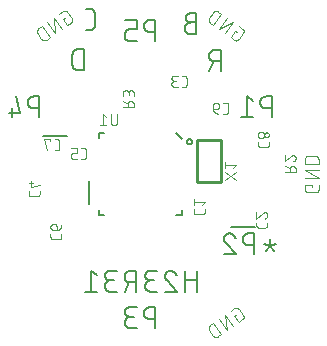
<source format=gbr>
G04 EAGLE Gerber RS-274X export*
G75*
%MOMM*%
%FSLAX34Y34*%
%LPD*%
%INSilkscreen Bottom*%
%IPPOS*%
%AMOC8*
5,1,8,0,0,1.08239X$1,22.5*%
G01*
%ADD10C,0.152400*%
%ADD11C,0.101600*%
%ADD12C,0.076200*%
%ADD13C,0.127000*%
%ADD14C,0.254000*%


D10*
X393756Y474606D02*
X388817Y474606D01*
X388677Y474604D01*
X388538Y474598D01*
X388398Y474588D01*
X388259Y474574D01*
X388120Y474557D01*
X387982Y474535D01*
X387845Y474509D01*
X387708Y474480D01*
X387572Y474447D01*
X387438Y474410D01*
X387304Y474369D01*
X387172Y474324D01*
X387040Y474275D01*
X386911Y474223D01*
X386783Y474168D01*
X386656Y474108D01*
X386531Y474045D01*
X386408Y473979D01*
X386287Y473909D01*
X386168Y473836D01*
X386051Y473759D01*
X385937Y473679D01*
X385824Y473596D01*
X385714Y473510D01*
X385607Y473420D01*
X385502Y473328D01*
X385400Y473233D01*
X385300Y473135D01*
X385203Y473034D01*
X385109Y472930D01*
X385019Y472824D01*
X384931Y472715D01*
X384846Y472604D01*
X384765Y472490D01*
X384686Y472375D01*
X384611Y472257D01*
X384540Y472137D01*
X384472Y472014D01*
X384407Y471891D01*
X384346Y471765D01*
X384288Y471637D01*
X384234Y471509D01*
X384184Y471378D01*
X384137Y471246D01*
X384094Y471113D01*
X384055Y470979D01*
X384020Y470844D01*
X383989Y470708D01*
X383961Y470570D01*
X383938Y470433D01*
X383918Y470294D01*
X383902Y470155D01*
X383890Y470016D01*
X383882Y469877D01*
X383878Y469737D01*
X383878Y469597D01*
X383882Y469457D01*
X383890Y469318D01*
X383902Y469179D01*
X383918Y469040D01*
X383938Y468901D01*
X383961Y468764D01*
X383989Y468626D01*
X384020Y468490D01*
X384055Y468355D01*
X384094Y468221D01*
X384137Y468088D01*
X384184Y467956D01*
X384234Y467825D01*
X384288Y467697D01*
X384346Y467569D01*
X384407Y467443D01*
X384472Y467320D01*
X384540Y467198D01*
X384611Y467077D01*
X384686Y466959D01*
X384765Y466844D01*
X384846Y466730D01*
X384931Y466619D01*
X385019Y466510D01*
X385109Y466404D01*
X385203Y466300D01*
X385300Y466199D01*
X385400Y466101D01*
X385502Y466006D01*
X385607Y465914D01*
X385714Y465824D01*
X385824Y465738D01*
X385937Y465655D01*
X386051Y465575D01*
X386168Y465498D01*
X386287Y465425D01*
X386408Y465355D01*
X386531Y465289D01*
X386656Y465226D01*
X386783Y465166D01*
X386911Y465111D01*
X387040Y465059D01*
X387172Y465010D01*
X387304Y464965D01*
X387438Y464924D01*
X387572Y464887D01*
X387708Y464854D01*
X387845Y464825D01*
X387982Y464799D01*
X388120Y464777D01*
X388259Y464760D01*
X388398Y464746D01*
X388538Y464736D01*
X388677Y464730D01*
X388817Y464728D01*
X388817Y464729D02*
X393756Y464729D01*
X393756Y482509D01*
X388817Y482509D01*
X388817Y482508D02*
X388693Y482506D01*
X388569Y482500D01*
X388445Y482490D01*
X388322Y482477D01*
X388199Y482459D01*
X388077Y482438D01*
X387955Y482413D01*
X387834Y482384D01*
X387715Y482351D01*
X387596Y482315D01*
X387479Y482274D01*
X387363Y482231D01*
X387248Y482183D01*
X387135Y482132D01*
X387023Y482077D01*
X386914Y482019D01*
X386806Y481958D01*
X386700Y481893D01*
X386596Y481825D01*
X386495Y481753D01*
X386395Y481679D01*
X386299Y481601D01*
X386204Y481521D01*
X386112Y481437D01*
X386023Y481351D01*
X385937Y481262D01*
X385853Y481170D01*
X385773Y481075D01*
X385695Y480979D01*
X385621Y480879D01*
X385549Y480778D01*
X385481Y480674D01*
X385416Y480568D01*
X385355Y480460D01*
X385297Y480351D01*
X385242Y480239D01*
X385191Y480126D01*
X385143Y480011D01*
X385100Y479895D01*
X385059Y479778D01*
X385023Y479659D01*
X384990Y479540D01*
X384961Y479419D01*
X384936Y479297D01*
X384915Y479175D01*
X384897Y479052D01*
X384884Y478929D01*
X384874Y478805D01*
X384868Y478681D01*
X384866Y478557D01*
X384868Y478433D01*
X384874Y478309D01*
X384884Y478185D01*
X384897Y478062D01*
X384915Y477939D01*
X384936Y477817D01*
X384961Y477695D01*
X384990Y477574D01*
X385023Y477455D01*
X385059Y477336D01*
X385100Y477219D01*
X385143Y477103D01*
X385191Y476988D01*
X385242Y476875D01*
X385297Y476763D01*
X385355Y476654D01*
X385416Y476546D01*
X385481Y476440D01*
X385549Y476336D01*
X385621Y476235D01*
X385695Y476135D01*
X385773Y476039D01*
X385853Y475944D01*
X385937Y475852D01*
X386023Y475763D01*
X386112Y475677D01*
X386204Y475593D01*
X386299Y475513D01*
X386395Y475435D01*
X386495Y475361D01*
X386596Y475289D01*
X386700Y475221D01*
X386806Y475156D01*
X386914Y475095D01*
X387023Y475037D01*
X387135Y474982D01*
X387248Y474931D01*
X387363Y474883D01*
X387479Y474840D01*
X387596Y474799D01*
X387715Y474763D01*
X387834Y474730D01*
X387955Y474701D01*
X388077Y474676D01*
X388199Y474655D01*
X388322Y474637D01*
X388445Y474624D01*
X388569Y474614D01*
X388693Y474608D01*
X388817Y474606D01*
X414274Y451419D02*
X414274Y433639D01*
X414274Y451419D02*
X409335Y451419D01*
X409195Y451417D01*
X409056Y451411D01*
X408916Y451401D01*
X408777Y451387D01*
X408638Y451370D01*
X408500Y451348D01*
X408363Y451322D01*
X408226Y451293D01*
X408090Y451260D01*
X407956Y451223D01*
X407822Y451182D01*
X407690Y451137D01*
X407558Y451088D01*
X407429Y451036D01*
X407301Y450981D01*
X407174Y450921D01*
X407049Y450858D01*
X406926Y450792D01*
X406805Y450722D01*
X406686Y450649D01*
X406569Y450572D01*
X406455Y450492D01*
X406342Y450409D01*
X406232Y450323D01*
X406125Y450233D01*
X406020Y450141D01*
X405918Y450046D01*
X405818Y449948D01*
X405721Y449847D01*
X405627Y449743D01*
X405537Y449637D01*
X405449Y449528D01*
X405364Y449417D01*
X405283Y449303D01*
X405204Y449188D01*
X405129Y449070D01*
X405058Y448950D01*
X404990Y448827D01*
X404925Y448704D01*
X404864Y448578D01*
X404806Y448450D01*
X404752Y448322D01*
X404702Y448191D01*
X404655Y448059D01*
X404612Y447926D01*
X404573Y447792D01*
X404538Y447657D01*
X404507Y447521D01*
X404479Y447383D01*
X404456Y447246D01*
X404436Y447107D01*
X404420Y446968D01*
X404408Y446829D01*
X404400Y446690D01*
X404396Y446550D01*
X404396Y446410D01*
X404400Y446270D01*
X404408Y446131D01*
X404420Y445992D01*
X404436Y445853D01*
X404456Y445714D01*
X404479Y445577D01*
X404507Y445439D01*
X404538Y445303D01*
X404573Y445168D01*
X404612Y445034D01*
X404655Y444901D01*
X404702Y444769D01*
X404752Y444638D01*
X404806Y444510D01*
X404864Y444382D01*
X404925Y444256D01*
X404990Y444133D01*
X405058Y444011D01*
X405129Y443890D01*
X405204Y443772D01*
X405283Y443657D01*
X405364Y443543D01*
X405449Y443432D01*
X405537Y443323D01*
X405627Y443217D01*
X405721Y443113D01*
X405818Y443012D01*
X405918Y442914D01*
X406020Y442819D01*
X406125Y442727D01*
X406232Y442637D01*
X406342Y442551D01*
X406455Y442468D01*
X406569Y442388D01*
X406686Y442311D01*
X406805Y442238D01*
X406926Y442168D01*
X407049Y442102D01*
X407174Y442039D01*
X407301Y441979D01*
X407429Y441924D01*
X407558Y441872D01*
X407690Y441823D01*
X407822Y441778D01*
X407956Y441737D01*
X408090Y441700D01*
X408226Y441667D01*
X408363Y441638D01*
X408500Y441612D01*
X408638Y441590D01*
X408777Y441573D01*
X408916Y441559D01*
X409056Y441549D01*
X409195Y441543D01*
X409335Y441541D01*
X414274Y441541D01*
X408347Y441541D02*
X404396Y433639D01*
X298668Y434327D02*
X298668Y452107D01*
X293730Y452107D01*
X293591Y452105D01*
X293453Y452099D01*
X293315Y452090D01*
X293177Y452076D01*
X293040Y452059D01*
X292903Y452037D01*
X292766Y452012D01*
X292631Y451983D01*
X292496Y451950D01*
X292363Y451914D01*
X292230Y451874D01*
X292099Y451830D01*
X291969Y451782D01*
X291840Y451731D01*
X291713Y451676D01*
X291587Y451618D01*
X291463Y451556D01*
X291341Y451491D01*
X291221Y451422D01*
X291102Y451350D01*
X290986Y451275D01*
X290872Y451196D01*
X290760Y451114D01*
X290651Y451029D01*
X290543Y450942D01*
X290439Y450851D01*
X290337Y450757D01*
X290238Y450660D01*
X290141Y450561D01*
X290047Y450459D01*
X289956Y450355D01*
X289869Y450247D01*
X289784Y450138D01*
X289702Y450026D01*
X289623Y449912D01*
X289548Y449796D01*
X289476Y449677D01*
X289407Y449557D01*
X289342Y449435D01*
X289280Y449311D01*
X289222Y449185D01*
X289167Y449058D01*
X289116Y448929D01*
X289068Y448799D01*
X289024Y448668D01*
X288984Y448535D01*
X288948Y448402D01*
X288915Y448267D01*
X288886Y448132D01*
X288861Y447995D01*
X288839Y447858D01*
X288822Y447721D01*
X288808Y447583D01*
X288799Y447445D01*
X288793Y447307D01*
X288791Y447168D01*
X288791Y439266D01*
X288793Y439127D01*
X288799Y438989D01*
X288808Y438851D01*
X288822Y438713D01*
X288839Y438576D01*
X288861Y438439D01*
X288886Y438302D01*
X288915Y438167D01*
X288948Y438032D01*
X288984Y437899D01*
X289024Y437766D01*
X289068Y437635D01*
X289116Y437505D01*
X289167Y437376D01*
X289222Y437249D01*
X289280Y437123D01*
X289342Y436999D01*
X289407Y436877D01*
X289476Y436757D01*
X289548Y436638D01*
X289623Y436522D01*
X289702Y436408D01*
X289784Y436296D01*
X289869Y436187D01*
X289956Y436079D01*
X290047Y435975D01*
X290141Y435873D01*
X290238Y435774D01*
X290337Y435677D01*
X290439Y435583D01*
X290543Y435492D01*
X290651Y435405D01*
X290760Y435320D01*
X290872Y435238D01*
X290986Y435159D01*
X291102Y435084D01*
X291221Y435012D01*
X291341Y434943D01*
X291463Y434878D01*
X291587Y434816D01*
X291713Y434758D01*
X291840Y434703D01*
X291969Y434652D01*
X292099Y434604D01*
X292230Y434560D01*
X292363Y434520D01*
X292496Y434484D01*
X292631Y434451D01*
X292766Y434422D01*
X292903Y434397D01*
X293040Y434375D01*
X293177Y434358D01*
X293315Y434344D01*
X293453Y434335D01*
X293591Y434329D01*
X293730Y434327D01*
X298668Y434327D01*
X299938Y468333D02*
X303889Y468333D01*
X304013Y468335D01*
X304137Y468341D01*
X304261Y468351D01*
X304384Y468364D01*
X304507Y468382D01*
X304629Y468403D01*
X304751Y468428D01*
X304872Y468457D01*
X304991Y468490D01*
X305110Y468526D01*
X305227Y468567D01*
X305343Y468610D01*
X305458Y468658D01*
X305571Y468709D01*
X305683Y468764D01*
X305792Y468822D01*
X305900Y468883D01*
X306006Y468948D01*
X306110Y469016D01*
X306211Y469088D01*
X306311Y469162D01*
X306407Y469240D01*
X306502Y469320D01*
X306594Y469404D01*
X306683Y469490D01*
X306769Y469579D01*
X306853Y469671D01*
X306933Y469766D01*
X307011Y469862D01*
X307085Y469962D01*
X307157Y470063D01*
X307225Y470167D01*
X307290Y470273D01*
X307351Y470381D01*
X307409Y470490D01*
X307464Y470602D01*
X307515Y470715D01*
X307563Y470830D01*
X307606Y470946D01*
X307647Y471063D01*
X307683Y471182D01*
X307716Y471301D01*
X307745Y471422D01*
X307770Y471544D01*
X307791Y471666D01*
X307809Y471789D01*
X307822Y471912D01*
X307832Y472036D01*
X307838Y472160D01*
X307840Y472284D01*
X307840Y482162D01*
X307838Y482286D01*
X307832Y482410D01*
X307822Y482534D01*
X307809Y482657D01*
X307791Y482780D01*
X307770Y482902D01*
X307745Y483024D01*
X307716Y483145D01*
X307683Y483264D01*
X307647Y483383D01*
X307606Y483500D01*
X307563Y483616D01*
X307515Y483731D01*
X307464Y483844D01*
X307409Y483956D01*
X307351Y484065D01*
X307290Y484173D01*
X307225Y484279D01*
X307157Y484383D01*
X307085Y484484D01*
X307011Y484584D01*
X306933Y484680D01*
X306853Y484775D01*
X306769Y484867D01*
X306683Y484956D01*
X306594Y485042D01*
X306502Y485126D01*
X306407Y485206D01*
X306311Y485284D01*
X306211Y485358D01*
X306110Y485430D01*
X306006Y485498D01*
X305900Y485563D01*
X305792Y485624D01*
X305683Y485682D01*
X305571Y485737D01*
X305458Y485788D01*
X305344Y485836D01*
X305227Y485879D01*
X305110Y485920D01*
X304991Y485956D01*
X304872Y485989D01*
X304751Y486018D01*
X304629Y486043D01*
X304507Y486064D01*
X304384Y486082D01*
X304261Y486095D01*
X304137Y486105D01*
X304013Y486111D01*
X303889Y486113D01*
X299938Y486113D01*
D11*
X426501Y467300D02*
X428096Y466183D01*
X426501Y467300D02*
X422778Y461983D01*
X425968Y459749D01*
X426051Y459694D01*
X426135Y459642D01*
X426222Y459593D01*
X426310Y459547D01*
X426400Y459505D01*
X426492Y459466D01*
X426585Y459431D01*
X426679Y459399D01*
X426774Y459371D01*
X426871Y459347D01*
X426968Y459326D01*
X427066Y459310D01*
X427165Y459296D01*
X427264Y459287D01*
X427363Y459282D01*
X427463Y459280D01*
X427562Y459282D01*
X427661Y459288D01*
X427760Y459298D01*
X427859Y459311D01*
X427957Y459329D01*
X428054Y459350D01*
X428150Y459374D01*
X428246Y459403D01*
X428340Y459435D01*
X428433Y459470D01*
X428524Y459509D01*
X428614Y459552D01*
X428702Y459598D01*
X428788Y459647D01*
X428873Y459700D01*
X428955Y459756D01*
X429035Y459815D01*
X429113Y459877D01*
X429188Y459942D01*
X429261Y460009D01*
X429331Y460080D01*
X429399Y460153D01*
X429463Y460229D01*
X429525Y460307D01*
X429584Y460387D01*
X433307Y465704D01*
X433362Y465787D01*
X433414Y465871D01*
X433463Y465958D01*
X433509Y466046D01*
X433551Y466136D01*
X433590Y466228D01*
X433625Y466321D01*
X433657Y466415D01*
X433685Y466510D01*
X433709Y466607D01*
X433730Y466704D01*
X433746Y466802D01*
X433760Y466901D01*
X433769Y467000D01*
X433774Y467099D01*
X433776Y467199D01*
X433774Y467298D01*
X433768Y467397D01*
X433758Y467496D01*
X433745Y467595D01*
X433727Y467693D01*
X433706Y467790D01*
X433682Y467886D01*
X433653Y467982D01*
X433621Y468076D01*
X433586Y468169D01*
X433547Y468260D01*
X433504Y468350D01*
X433458Y468438D01*
X433409Y468524D01*
X433356Y468609D01*
X433300Y468691D01*
X433241Y468771D01*
X433179Y468849D01*
X433114Y468924D01*
X433047Y468997D01*
X432976Y469067D01*
X432903Y469135D01*
X432827Y469199D01*
X432749Y469261D01*
X432669Y469320D01*
X432670Y469320D02*
X429479Y471554D01*
X424810Y474824D02*
X418108Y465253D01*
X412791Y468976D02*
X424810Y474824D01*
X419492Y478547D02*
X412791Y468976D01*
X408121Y472246D02*
X414822Y481817D01*
X412164Y483678D01*
X412164Y483679D02*
X412070Y483742D01*
X411974Y483802D01*
X411876Y483859D01*
X411776Y483912D01*
X411674Y483962D01*
X411570Y484008D01*
X411465Y484050D01*
X411359Y484089D01*
X411251Y484124D01*
X411142Y484155D01*
X411032Y484183D01*
X410921Y484206D01*
X410810Y484226D01*
X410698Y484242D01*
X410585Y484254D01*
X410472Y484262D01*
X410359Y484266D01*
X410245Y484266D01*
X410132Y484262D01*
X410019Y484254D01*
X409906Y484242D01*
X409794Y484226D01*
X409683Y484206D01*
X409572Y484183D01*
X409462Y484155D01*
X409353Y484124D01*
X409245Y484089D01*
X409139Y484050D01*
X409034Y484008D01*
X408930Y483962D01*
X408828Y483912D01*
X408728Y483859D01*
X408630Y483802D01*
X408534Y483742D01*
X408440Y483679D01*
X408349Y483612D01*
X408259Y483543D01*
X408172Y483470D01*
X408088Y483394D01*
X408007Y483315D01*
X407928Y483234D01*
X407852Y483150D01*
X407779Y483063D01*
X407710Y482974D01*
X407643Y482882D01*
X407644Y482881D02*
X404665Y478628D01*
X404602Y478534D01*
X404542Y478438D01*
X404485Y478340D01*
X404432Y478240D01*
X404382Y478138D01*
X404336Y478034D01*
X404294Y477929D01*
X404255Y477823D01*
X404220Y477715D01*
X404189Y477606D01*
X404161Y477496D01*
X404138Y477385D01*
X404118Y477274D01*
X404102Y477162D01*
X404090Y477049D01*
X404082Y476936D01*
X404078Y476823D01*
X404078Y476709D01*
X404082Y476596D01*
X404090Y476483D01*
X404102Y476370D01*
X404118Y476258D01*
X404138Y476147D01*
X404161Y476036D01*
X404189Y475926D01*
X404220Y475817D01*
X404255Y475709D01*
X404294Y475603D01*
X404336Y475498D01*
X404382Y475394D01*
X404432Y475292D01*
X404485Y475192D01*
X404542Y475094D01*
X404602Y474998D01*
X404665Y474904D01*
X404732Y474812D01*
X404801Y474723D01*
X404874Y474636D01*
X404950Y474552D01*
X405029Y474471D01*
X405110Y474392D01*
X405194Y474316D01*
X405281Y474243D01*
X405371Y474174D01*
X405462Y474107D01*
X408121Y472246D01*
X492049Y337254D02*
X492049Y335306D01*
X492049Y337254D02*
X485558Y337254D01*
X485558Y333359D01*
X485560Y333260D01*
X485566Y333160D01*
X485575Y333061D01*
X485588Y332963D01*
X485605Y332865D01*
X485626Y332767D01*
X485651Y332671D01*
X485679Y332576D01*
X485711Y332482D01*
X485746Y332389D01*
X485785Y332297D01*
X485828Y332207D01*
X485873Y332119D01*
X485923Y332032D01*
X485975Y331948D01*
X486031Y331865D01*
X486089Y331785D01*
X486151Y331707D01*
X486216Y331632D01*
X486284Y331559D01*
X486354Y331489D01*
X486427Y331421D01*
X486502Y331356D01*
X486580Y331294D01*
X486660Y331236D01*
X486743Y331180D01*
X486827Y331128D01*
X486914Y331078D01*
X487002Y331033D01*
X487092Y330990D01*
X487184Y330951D01*
X487277Y330916D01*
X487371Y330884D01*
X487466Y330856D01*
X487562Y330831D01*
X487660Y330810D01*
X487758Y330793D01*
X487856Y330780D01*
X487955Y330771D01*
X488055Y330765D01*
X488154Y330763D01*
X494646Y330763D01*
X494745Y330765D01*
X494845Y330771D01*
X494944Y330780D01*
X495042Y330793D01*
X495140Y330810D01*
X495238Y330831D01*
X495334Y330856D01*
X495429Y330884D01*
X495523Y330916D01*
X495616Y330951D01*
X495708Y330990D01*
X495798Y331033D01*
X495886Y331078D01*
X495973Y331128D01*
X496057Y331180D01*
X496140Y331236D01*
X496220Y331294D01*
X496298Y331356D01*
X496373Y331421D01*
X496446Y331489D01*
X496516Y331559D01*
X496584Y331632D01*
X496649Y331707D01*
X496711Y331785D01*
X496769Y331865D01*
X496825Y331948D01*
X496877Y332032D01*
X496927Y332119D01*
X496972Y332207D01*
X497015Y332297D01*
X497054Y332389D01*
X497089Y332481D01*
X497121Y332576D01*
X497149Y332671D01*
X497174Y332767D01*
X497195Y332865D01*
X497212Y332963D01*
X497225Y333061D01*
X497234Y333160D01*
X497240Y333260D01*
X497242Y333359D01*
X497242Y337254D01*
X497242Y342954D02*
X485558Y342954D01*
X485558Y349446D02*
X497242Y342954D01*
X497242Y349446D02*
X485558Y349446D01*
X485558Y355146D02*
X497242Y355146D01*
X497242Y358392D01*
X497240Y358505D01*
X497234Y358618D01*
X497224Y358731D01*
X497210Y358844D01*
X497193Y358956D01*
X497171Y359067D01*
X497146Y359177D01*
X497116Y359287D01*
X497083Y359395D01*
X497046Y359502D01*
X497006Y359608D01*
X496961Y359712D01*
X496913Y359815D01*
X496862Y359916D01*
X496807Y360015D01*
X496749Y360112D01*
X496687Y360207D01*
X496622Y360300D01*
X496554Y360390D01*
X496483Y360478D01*
X496408Y360564D01*
X496331Y360647D01*
X496251Y360727D01*
X496168Y360804D01*
X496082Y360879D01*
X495994Y360950D01*
X495904Y361018D01*
X495811Y361083D01*
X495716Y361145D01*
X495619Y361203D01*
X495520Y361258D01*
X495419Y361309D01*
X495316Y361357D01*
X495212Y361402D01*
X495106Y361442D01*
X494999Y361479D01*
X494891Y361512D01*
X494781Y361542D01*
X494671Y361567D01*
X494560Y361589D01*
X494448Y361606D01*
X494335Y361620D01*
X494222Y361630D01*
X494109Y361636D01*
X493996Y361638D01*
X488804Y361638D01*
X488691Y361636D01*
X488578Y361630D01*
X488465Y361620D01*
X488352Y361606D01*
X488240Y361589D01*
X488129Y361567D01*
X488019Y361542D01*
X487909Y361512D01*
X487801Y361479D01*
X487694Y361442D01*
X487588Y361402D01*
X487484Y361357D01*
X487381Y361309D01*
X487280Y361258D01*
X487181Y361203D01*
X487084Y361145D01*
X486989Y361083D01*
X486896Y361018D01*
X486806Y360950D01*
X486718Y360879D01*
X486632Y360804D01*
X486549Y360727D01*
X486469Y360647D01*
X486392Y360564D01*
X486317Y360478D01*
X486246Y360390D01*
X486178Y360300D01*
X486113Y360207D01*
X486051Y360112D01*
X485993Y360015D01*
X485938Y359916D01*
X485887Y359815D01*
X485839Y359712D01*
X485794Y359608D01*
X485754Y359502D01*
X485717Y359395D01*
X485684Y359287D01*
X485654Y359177D01*
X485629Y359067D01*
X485607Y358956D01*
X485590Y358844D01*
X485576Y358731D01*
X485566Y358618D01*
X485560Y358505D01*
X485558Y358392D01*
X485558Y355146D01*
X427351Y227280D02*
X425756Y226163D01*
X429479Y220846D01*
X432670Y223080D01*
X432669Y223080D02*
X432749Y223139D01*
X432827Y223201D01*
X432903Y223265D01*
X432976Y223333D01*
X433047Y223403D01*
X433114Y223476D01*
X433179Y223551D01*
X433241Y223629D01*
X433300Y223709D01*
X433356Y223791D01*
X433409Y223876D01*
X433458Y223962D01*
X433504Y224050D01*
X433547Y224140D01*
X433586Y224231D01*
X433621Y224324D01*
X433653Y224418D01*
X433682Y224514D01*
X433706Y224610D01*
X433727Y224707D01*
X433745Y224805D01*
X433758Y224904D01*
X433768Y225003D01*
X433774Y225102D01*
X433776Y225201D01*
X433774Y225301D01*
X433769Y225400D01*
X433759Y225499D01*
X433746Y225598D01*
X433730Y225696D01*
X433709Y225793D01*
X433685Y225890D01*
X433657Y225985D01*
X433625Y226079D01*
X433590Y226172D01*
X433551Y226264D01*
X433509Y226354D01*
X433463Y226442D01*
X433414Y226529D01*
X433362Y226613D01*
X433307Y226696D01*
X429584Y232013D01*
X429525Y232093D01*
X429463Y232171D01*
X429399Y232247D01*
X429331Y232320D01*
X429261Y232391D01*
X429188Y232458D01*
X429113Y232523D01*
X429035Y232585D01*
X428955Y232644D01*
X428873Y232700D01*
X428788Y232753D01*
X428702Y232802D01*
X428614Y232848D01*
X428524Y232891D01*
X428433Y232930D01*
X428340Y232965D01*
X428246Y232997D01*
X428150Y233026D01*
X428054Y233050D01*
X427957Y233071D01*
X427859Y233089D01*
X427760Y233102D01*
X427661Y233112D01*
X427562Y233118D01*
X427463Y233120D01*
X427363Y233118D01*
X427264Y233113D01*
X427165Y233104D01*
X427066Y233090D01*
X426968Y233074D01*
X426871Y233053D01*
X426774Y233029D01*
X426679Y233001D01*
X426585Y232969D01*
X426492Y232934D01*
X426400Y232895D01*
X426310Y232853D01*
X426222Y232807D01*
X426135Y232758D01*
X426051Y232706D01*
X425968Y232651D01*
X422778Y230417D01*
X418108Y227147D02*
X424809Y217576D01*
X419492Y213853D02*
X418108Y227147D01*
X412791Y223424D02*
X419492Y213853D01*
X414822Y210583D02*
X408121Y220154D01*
X405462Y218292D01*
X405462Y218293D02*
X405371Y218226D01*
X405281Y218157D01*
X405194Y218084D01*
X405110Y218008D01*
X405029Y217929D01*
X404950Y217848D01*
X404874Y217764D01*
X404801Y217677D01*
X404732Y217588D01*
X404665Y217496D01*
X404602Y217402D01*
X404542Y217306D01*
X404485Y217208D01*
X404432Y217108D01*
X404382Y217006D01*
X404336Y216902D01*
X404294Y216797D01*
X404255Y216691D01*
X404220Y216583D01*
X404189Y216474D01*
X404161Y216364D01*
X404138Y216253D01*
X404118Y216142D01*
X404102Y216030D01*
X404090Y215917D01*
X404082Y215804D01*
X404078Y215691D01*
X404078Y215577D01*
X404082Y215464D01*
X404090Y215351D01*
X404102Y215238D01*
X404118Y215126D01*
X404138Y215015D01*
X404161Y214904D01*
X404189Y214794D01*
X404220Y214685D01*
X404255Y214577D01*
X404294Y214471D01*
X404336Y214366D01*
X404382Y214262D01*
X404432Y214160D01*
X404485Y214060D01*
X404542Y213962D01*
X404602Y213866D01*
X404665Y213772D01*
X407644Y209518D01*
X407643Y209518D02*
X407710Y209427D01*
X407779Y209337D01*
X407852Y209250D01*
X407928Y209166D01*
X408007Y209085D01*
X408088Y209006D01*
X408172Y208930D01*
X408259Y208857D01*
X408349Y208788D01*
X408440Y208721D01*
X408534Y208658D01*
X408630Y208598D01*
X408728Y208541D01*
X408828Y208488D01*
X408930Y208438D01*
X409034Y208392D01*
X409139Y208350D01*
X409245Y208311D01*
X409353Y208276D01*
X409462Y208245D01*
X409572Y208217D01*
X409683Y208194D01*
X409794Y208174D01*
X409906Y208158D01*
X410019Y208146D01*
X410132Y208138D01*
X410245Y208134D01*
X410359Y208134D01*
X410472Y208138D01*
X410585Y208146D01*
X410698Y208158D01*
X410810Y208174D01*
X410921Y208194D01*
X411032Y208217D01*
X411142Y208245D01*
X411251Y208276D01*
X411359Y208311D01*
X411465Y208350D01*
X411570Y208392D01*
X411674Y208438D01*
X411776Y208488D01*
X411876Y208541D01*
X411974Y208598D01*
X412070Y208658D01*
X412164Y208721D01*
X414822Y210583D01*
X280556Y477563D02*
X282151Y478680D01*
X280556Y477563D02*
X284279Y472246D01*
X287470Y474480D01*
X287469Y474480D02*
X287549Y474539D01*
X287627Y474601D01*
X287703Y474665D01*
X287776Y474733D01*
X287847Y474803D01*
X287914Y474876D01*
X287979Y474951D01*
X288041Y475029D01*
X288100Y475109D01*
X288156Y475191D01*
X288209Y475276D01*
X288258Y475362D01*
X288304Y475450D01*
X288347Y475540D01*
X288386Y475631D01*
X288421Y475724D01*
X288453Y475818D01*
X288482Y475914D01*
X288506Y476010D01*
X288527Y476107D01*
X288545Y476205D01*
X288558Y476304D01*
X288568Y476403D01*
X288574Y476502D01*
X288576Y476601D01*
X288574Y476701D01*
X288569Y476800D01*
X288559Y476899D01*
X288546Y476998D01*
X288530Y477096D01*
X288509Y477193D01*
X288485Y477290D01*
X288457Y477385D01*
X288425Y477479D01*
X288390Y477572D01*
X288351Y477664D01*
X288309Y477754D01*
X288263Y477842D01*
X288214Y477929D01*
X288162Y478013D01*
X288107Y478096D01*
X284384Y483413D01*
X284325Y483493D01*
X284263Y483571D01*
X284199Y483647D01*
X284131Y483720D01*
X284061Y483791D01*
X283988Y483858D01*
X283913Y483923D01*
X283835Y483985D01*
X283755Y484044D01*
X283673Y484100D01*
X283588Y484153D01*
X283502Y484202D01*
X283414Y484248D01*
X283324Y484291D01*
X283233Y484330D01*
X283140Y484365D01*
X283046Y484397D01*
X282950Y484426D01*
X282854Y484450D01*
X282757Y484471D01*
X282659Y484489D01*
X282560Y484502D01*
X282461Y484512D01*
X282362Y484518D01*
X282263Y484520D01*
X282163Y484518D01*
X282064Y484513D01*
X281965Y484504D01*
X281866Y484490D01*
X281768Y484474D01*
X281671Y484453D01*
X281574Y484429D01*
X281479Y484401D01*
X281385Y484369D01*
X281292Y484334D01*
X281200Y484295D01*
X281110Y484253D01*
X281022Y484207D01*
X280935Y484158D01*
X280851Y484106D01*
X280768Y484051D01*
X277578Y481817D01*
X272908Y478547D02*
X279609Y468976D01*
X274292Y465253D02*
X272908Y478547D01*
X267591Y474824D02*
X274292Y465253D01*
X269622Y461983D02*
X262921Y471554D01*
X260262Y469692D01*
X260262Y469693D02*
X260171Y469626D01*
X260081Y469557D01*
X259994Y469484D01*
X259910Y469408D01*
X259829Y469329D01*
X259750Y469248D01*
X259674Y469164D01*
X259601Y469077D01*
X259532Y468988D01*
X259465Y468896D01*
X259402Y468802D01*
X259342Y468706D01*
X259285Y468608D01*
X259232Y468508D01*
X259182Y468406D01*
X259136Y468302D01*
X259094Y468197D01*
X259055Y468091D01*
X259020Y467983D01*
X258989Y467874D01*
X258961Y467764D01*
X258938Y467653D01*
X258918Y467542D01*
X258902Y467430D01*
X258890Y467317D01*
X258882Y467204D01*
X258878Y467091D01*
X258878Y466977D01*
X258882Y466864D01*
X258890Y466751D01*
X258902Y466638D01*
X258918Y466526D01*
X258938Y466415D01*
X258961Y466304D01*
X258989Y466194D01*
X259020Y466085D01*
X259055Y465977D01*
X259094Y465871D01*
X259136Y465766D01*
X259182Y465662D01*
X259232Y465560D01*
X259285Y465460D01*
X259342Y465362D01*
X259402Y465266D01*
X259465Y465172D01*
X262444Y460918D01*
X262443Y460918D02*
X262510Y460827D01*
X262579Y460737D01*
X262652Y460650D01*
X262728Y460566D01*
X262807Y460485D01*
X262888Y460406D01*
X262972Y460330D01*
X263059Y460257D01*
X263149Y460188D01*
X263240Y460121D01*
X263334Y460058D01*
X263430Y459998D01*
X263528Y459941D01*
X263628Y459888D01*
X263730Y459838D01*
X263834Y459792D01*
X263939Y459750D01*
X264045Y459711D01*
X264153Y459676D01*
X264262Y459645D01*
X264372Y459617D01*
X264483Y459594D01*
X264594Y459574D01*
X264706Y459558D01*
X264819Y459546D01*
X264932Y459538D01*
X265045Y459534D01*
X265159Y459534D01*
X265272Y459538D01*
X265385Y459546D01*
X265498Y459558D01*
X265610Y459574D01*
X265721Y459594D01*
X265832Y459617D01*
X265942Y459645D01*
X266051Y459676D01*
X266159Y459711D01*
X266265Y459750D01*
X266370Y459792D01*
X266474Y459838D01*
X266576Y459888D01*
X266676Y459941D01*
X266774Y459998D01*
X266870Y460058D01*
X266964Y460121D01*
X269622Y461983D01*
D10*
X457536Y411890D02*
X457536Y394110D01*
X457536Y411890D02*
X452598Y411890D01*
X452458Y411888D01*
X452319Y411882D01*
X452179Y411872D01*
X452040Y411858D01*
X451901Y411841D01*
X451763Y411819D01*
X451626Y411793D01*
X451489Y411764D01*
X451353Y411731D01*
X451219Y411694D01*
X451085Y411653D01*
X450953Y411608D01*
X450821Y411559D01*
X450692Y411507D01*
X450564Y411452D01*
X450437Y411392D01*
X450312Y411329D01*
X450189Y411263D01*
X450068Y411193D01*
X449949Y411120D01*
X449832Y411043D01*
X449718Y410963D01*
X449605Y410880D01*
X449495Y410794D01*
X449388Y410704D01*
X449283Y410612D01*
X449181Y410517D01*
X449081Y410419D01*
X448984Y410318D01*
X448890Y410214D01*
X448800Y410108D01*
X448712Y409999D01*
X448627Y409888D01*
X448546Y409774D01*
X448467Y409659D01*
X448392Y409541D01*
X448321Y409421D01*
X448253Y409298D01*
X448188Y409175D01*
X448127Y409049D01*
X448069Y408921D01*
X448015Y408793D01*
X447965Y408662D01*
X447918Y408530D01*
X447875Y408397D01*
X447836Y408263D01*
X447801Y408128D01*
X447770Y407992D01*
X447742Y407854D01*
X447719Y407717D01*
X447699Y407578D01*
X447683Y407439D01*
X447671Y407300D01*
X447663Y407161D01*
X447659Y407021D01*
X447659Y406881D01*
X447663Y406741D01*
X447671Y406602D01*
X447683Y406463D01*
X447699Y406324D01*
X447719Y406185D01*
X447742Y406048D01*
X447770Y405910D01*
X447801Y405774D01*
X447836Y405639D01*
X447875Y405505D01*
X447918Y405372D01*
X447965Y405240D01*
X448015Y405109D01*
X448069Y404981D01*
X448127Y404853D01*
X448188Y404727D01*
X448253Y404604D01*
X448321Y404482D01*
X448392Y404361D01*
X448467Y404243D01*
X448546Y404128D01*
X448627Y404014D01*
X448712Y403903D01*
X448800Y403794D01*
X448890Y403688D01*
X448984Y403584D01*
X449081Y403483D01*
X449181Y403385D01*
X449283Y403290D01*
X449388Y403198D01*
X449495Y403108D01*
X449605Y403022D01*
X449718Y402939D01*
X449832Y402859D01*
X449949Y402782D01*
X450068Y402709D01*
X450189Y402639D01*
X450312Y402573D01*
X450437Y402510D01*
X450564Y402450D01*
X450692Y402395D01*
X450821Y402343D01*
X450953Y402294D01*
X451085Y402249D01*
X451219Y402208D01*
X451353Y402171D01*
X451489Y402138D01*
X451626Y402109D01*
X451763Y402083D01*
X451901Y402061D01*
X452040Y402044D01*
X452179Y402030D01*
X452319Y402020D01*
X452458Y402014D01*
X452598Y402012D01*
X457536Y402012D01*
X441541Y407939D02*
X436602Y411890D01*
X436602Y394110D01*
X431664Y394110D02*
X441541Y394110D01*
X456103Y291131D02*
X456103Y285204D01*
X452645Y280759D01*
X456103Y285204D02*
X459560Y280759D01*
X456103Y285204D02*
X450670Y287180D01*
X456103Y285204D02*
X461535Y287180D01*
X442977Y278290D02*
X442977Y296070D01*
X438038Y296070D01*
X437898Y296068D01*
X437759Y296062D01*
X437619Y296052D01*
X437480Y296038D01*
X437341Y296021D01*
X437203Y295999D01*
X437066Y295973D01*
X436929Y295944D01*
X436793Y295911D01*
X436659Y295874D01*
X436525Y295833D01*
X436393Y295788D01*
X436261Y295739D01*
X436132Y295687D01*
X436004Y295632D01*
X435877Y295572D01*
X435752Y295509D01*
X435629Y295443D01*
X435508Y295373D01*
X435389Y295300D01*
X435272Y295223D01*
X435158Y295143D01*
X435045Y295060D01*
X434935Y294974D01*
X434828Y294884D01*
X434723Y294792D01*
X434621Y294697D01*
X434521Y294599D01*
X434424Y294498D01*
X434330Y294394D01*
X434240Y294288D01*
X434152Y294179D01*
X434067Y294068D01*
X433986Y293954D01*
X433907Y293839D01*
X433832Y293721D01*
X433761Y293601D01*
X433693Y293478D01*
X433628Y293355D01*
X433567Y293229D01*
X433509Y293101D01*
X433455Y292973D01*
X433405Y292842D01*
X433358Y292710D01*
X433315Y292577D01*
X433276Y292443D01*
X433241Y292308D01*
X433210Y292172D01*
X433182Y292034D01*
X433159Y291897D01*
X433139Y291758D01*
X433123Y291619D01*
X433111Y291480D01*
X433103Y291341D01*
X433099Y291201D01*
X433099Y291061D01*
X433103Y290921D01*
X433111Y290782D01*
X433123Y290643D01*
X433139Y290504D01*
X433159Y290365D01*
X433182Y290228D01*
X433210Y290090D01*
X433241Y289954D01*
X433276Y289819D01*
X433315Y289685D01*
X433358Y289552D01*
X433405Y289420D01*
X433455Y289289D01*
X433509Y289161D01*
X433567Y289033D01*
X433628Y288907D01*
X433693Y288784D01*
X433761Y288662D01*
X433832Y288541D01*
X433907Y288423D01*
X433986Y288308D01*
X434067Y288194D01*
X434152Y288083D01*
X434240Y287974D01*
X434330Y287868D01*
X434424Y287764D01*
X434521Y287663D01*
X434621Y287565D01*
X434723Y287470D01*
X434828Y287378D01*
X434935Y287288D01*
X435045Y287202D01*
X435158Y287119D01*
X435272Y287039D01*
X435389Y286962D01*
X435508Y286889D01*
X435629Y286819D01*
X435752Y286753D01*
X435877Y286690D01*
X436004Y286630D01*
X436132Y286575D01*
X436261Y286523D01*
X436393Y286474D01*
X436525Y286429D01*
X436659Y286388D01*
X436793Y286351D01*
X436929Y286318D01*
X437066Y286289D01*
X437203Y286263D01*
X437341Y286241D01*
X437480Y286224D01*
X437619Y286210D01*
X437759Y286200D01*
X437898Y286194D01*
X438038Y286192D01*
X442977Y286192D01*
X421550Y296070D02*
X421418Y296068D01*
X421287Y296062D01*
X421155Y296052D01*
X421024Y296039D01*
X420894Y296021D01*
X420764Y296000D01*
X420634Y295975D01*
X420506Y295946D01*
X420378Y295913D01*
X420252Y295876D01*
X420126Y295836D01*
X420002Y295792D01*
X419879Y295744D01*
X419758Y295693D01*
X419638Y295638D01*
X419520Y295580D01*
X419404Y295518D01*
X419290Y295452D01*
X419177Y295384D01*
X419067Y295312D01*
X418959Y295237D01*
X418853Y295158D01*
X418749Y295077D01*
X418648Y294992D01*
X418550Y294905D01*
X418454Y294814D01*
X418361Y294721D01*
X418270Y294625D01*
X418183Y294527D01*
X418098Y294426D01*
X418017Y294322D01*
X417938Y294216D01*
X417863Y294108D01*
X417791Y293998D01*
X417723Y293885D01*
X417657Y293771D01*
X417595Y293655D01*
X417537Y293537D01*
X417482Y293417D01*
X417431Y293296D01*
X417383Y293173D01*
X417339Y293049D01*
X417299Y292923D01*
X417262Y292797D01*
X417229Y292669D01*
X417200Y292541D01*
X417175Y292411D01*
X417154Y292281D01*
X417136Y292151D01*
X417123Y292020D01*
X417113Y291888D01*
X417107Y291757D01*
X417105Y291625D01*
X421550Y296070D02*
X421700Y296068D01*
X421849Y296062D01*
X421998Y296052D01*
X422147Y296039D01*
X422296Y296021D01*
X422444Y296000D01*
X422592Y295974D01*
X422738Y295945D01*
X422884Y295912D01*
X423029Y295875D01*
X423173Y295834D01*
X423316Y295790D01*
X423458Y295742D01*
X423598Y295690D01*
X423737Y295635D01*
X423875Y295576D01*
X424010Y295513D01*
X424145Y295447D01*
X424277Y295377D01*
X424407Y295304D01*
X424536Y295227D01*
X424663Y295147D01*
X424787Y295064D01*
X424909Y294978D01*
X425029Y294888D01*
X425146Y294795D01*
X425261Y294700D01*
X425374Y294601D01*
X425484Y294499D01*
X425591Y294395D01*
X425695Y294288D01*
X425797Y294178D01*
X425895Y294065D01*
X425991Y293950D01*
X426083Y293832D01*
X426173Y293712D01*
X426259Y293590D01*
X426342Y293466D01*
X426422Y293339D01*
X426498Y293211D01*
X426571Y293080D01*
X426641Y292947D01*
X426707Y292813D01*
X426769Y292677D01*
X426828Y292540D01*
X426884Y292401D01*
X426935Y292260D01*
X426983Y292119D01*
X418587Y288168D02*
X418491Y288261D01*
X418399Y288357D01*
X418309Y288456D01*
X418222Y288557D01*
X418138Y288660D01*
X418056Y288765D01*
X417978Y288873D01*
X417903Y288983D01*
X417830Y289095D01*
X417761Y289209D01*
X417695Y289325D01*
X417633Y289443D01*
X417574Y289562D01*
X417518Y289683D01*
X417465Y289806D01*
X417416Y289930D01*
X417371Y290055D01*
X417328Y290182D01*
X417290Y290309D01*
X417255Y290438D01*
X417224Y290567D01*
X417196Y290698D01*
X417172Y290829D01*
X417151Y290961D01*
X417135Y291093D01*
X417122Y291226D01*
X417112Y291359D01*
X417107Y291492D01*
X417105Y291625D01*
X418586Y288168D02*
X426982Y278290D01*
X417105Y278290D01*
X359136Y233490D02*
X359136Y215710D01*
X359136Y233490D02*
X354198Y233490D01*
X354058Y233488D01*
X353919Y233482D01*
X353779Y233472D01*
X353640Y233458D01*
X353501Y233441D01*
X353363Y233419D01*
X353226Y233393D01*
X353089Y233364D01*
X352953Y233331D01*
X352819Y233294D01*
X352685Y233253D01*
X352553Y233208D01*
X352421Y233159D01*
X352292Y233107D01*
X352164Y233052D01*
X352037Y232992D01*
X351912Y232929D01*
X351789Y232863D01*
X351668Y232793D01*
X351549Y232720D01*
X351432Y232643D01*
X351318Y232563D01*
X351205Y232480D01*
X351095Y232394D01*
X350988Y232304D01*
X350883Y232212D01*
X350781Y232117D01*
X350681Y232019D01*
X350584Y231918D01*
X350490Y231814D01*
X350400Y231708D01*
X350312Y231599D01*
X350227Y231488D01*
X350146Y231374D01*
X350067Y231259D01*
X349992Y231141D01*
X349921Y231021D01*
X349853Y230898D01*
X349788Y230775D01*
X349727Y230649D01*
X349669Y230521D01*
X349615Y230393D01*
X349565Y230262D01*
X349518Y230130D01*
X349475Y229997D01*
X349436Y229863D01*
X349401Y229728D01*
X349370Y229592D01*
X349342Y229454D01*
X349319Y229317D01*
X349299Y229178D01*
X349283Y229039D01*
X349271Y228900D01*
X349263Y228761D01*
X349259Y228621D01*
X349259Y228481D01*
X349263Y228341D01*
X349271Y228202D01*
X349283Y228063D01*
X349299Y227924D01*
X349319Y227785D01*
X349342Y227648D01*
X349370Y227510D01*
X349401Y227374D01*
X349436Y227239D01*
X349475Y227105D01*
X349518Y226972D01*
X349565Y226840D01*
X349615Y226709D01*
X349669Y226581D01*
X349727Y226453D01*
X349788Y226327D01*
X349853Y226204D01*
X349921Y226081D01*
X349992Y225961D01*
X350067Y225843D01*
X350146Y225728D01*
X350227Y225614D01*
X350312Y225503D01*
X350400Y225394D01*
X350490Y225288D01*
X350584Y225184D01*
X350681Y225083D01*
X350781Y224985D01*
X350883Y224890D01*
X350988Y224798D01*
X351095Y224708D01*
X351205Y224622D01*
X351318Y224539D01*
X351432Y224459D01*
X351549Y224382D01*
X351668Y224309D01*
X351789Y224239D01*
X351912Y224173D01*
X352037Y224110D01*
X352164Y224050D01*
X352292Y223995D01*
X352421Y223943D01*
X352553Y223894D01*
X352685Y223849D01*
X352819Y223808D01*
X352953Y223771D01*
X353089Y223738D01*
X353226Y223709D01*
X353363Y223683D01*
X353501Y223661D01*
X353640Y223644D01*
X353779Y223630D01*
X353919Y223620D01*
X354058Y223614D01*
X354198Y223612D01*
X359136Y223612D01*
X343141Y215710D02*
X338202Y215710D01*
X338062Y215712D01*
X337923Y215718D01*
X337783Y215728D01*
X337644Y215742D01*
X337505Y215759D01*
X337367Y215781D01*
X337230Y215807D01*
X337093Y215836D01*
X336957Y215869D01*
X336823Y215906D01*
X336689Y215947D01*
X336557Y215992D01*
X336425Y216041D01*
X336296Y216093D01*
X336168Y216148D01*
X336041Y216208D01*
X335916Y216271D01*
X335793Y216337D01*
X335672Y216407D01*
X335553Y216480D01*
X335436Y216557D01*
X335322Y216637D01*
X335209Y216720D01*
X335099Y216806D01*
X334992Y216896D01*
X334887Y216988D01*
X334785Y217083D01*
X334685Y217181D01*
X334588Y217282D01*
X334494Y217386D01*
X334404Y217492D01*
X334316Y217601D01*
X334231Y217712D01*
X334150Y217826D01*
X334071Y217941D01*
X333996Y218059D01*
X333925Y218179D01*
X333857Y218302D01*
X333792Y218425D01*
X333731Y218551D01*
X333673Y218679D01*
X333619Y218807D01*
X333569Y218938D01*
X333522Y219070D01*
X333479Y219203D01*
X333440Y219337D01*
X333405Y219472D01*
X333374Y219608D01*
X333346Y219746D01*
X333323Y219883D01*
X333303Y220022D01*
X333287Y220161D01*
X333275Y220300D01*
X333267Y220439D01*
X333263Y220579D01*
X333263Y220719D01*
X333267Y220859D01*
X333275Y220998D01*
X333287Y221137D01*
X333303Y221276D01*
X333323Y221415D01*
X333346Y221552D01*
X333374Y221690D01*
X333405Y221826D01*
X333440Y221961D01*
X333479Y222095D01*
X333522Y222228D01*
X333569Y222360D01*
X333619Y222491D01*
X333673Y222619D01*
X333731Y222747D01*
X333792Y222873D01*
X333857Y222996D01*
X333925Y223119D01*
X333996Y223239D01*
X334071Y223357D01*
X334150Y223472D01*
X334231Y223586D01*
X334316Y223697D01*
X334404Y223806D01*
X334494Y223912D01*
X334588Y224016D01*
X334685Y224117D01*
X334785Y224215D01*
X334887Y224310D01*
X334992Y224402D01*
X335099Y224492D01*
X335209Y224578D01*
X335322Y224661D01*
X335436Y224741D01*
X335553Y224818D01*
X335672Y224891D01*
X335793Y224961D01*
X335916Y225027D01*
X336041Y225090D01*
X336168Y225150D01*
X336296Y225205D01*
X336425Y225257D01*
X336557Y225306D01*
X336689Y225351D01*
X336823Y225392D01*
X336957Y225429D01*
X337093Y225462D01*
X337230Y225491D01*
X337367Y225517D01*
X337505Y225539D01*
X337644Y225556D01*
X337783Y225570D01*
X337923Y225580D01*
X338062Y225586D01*
X338202Y225588D01*
X337215Y233490D02*
X343141Y233490D01*
X337215Y233490D02*
X337091Y233488D01*
X336967Y233482D01*
X336843Y233472D01*
X336720Y233459D01*
X336597Y233441D01*
X336475Y233420D01*
X336353Y233395D01*
X336232Y233366D01*
X336113Y233333D01*
X335994Y233297D01*
X335877Y233256D01*
X335761Y233213D01*
X335646Y233165D01*
X335533Y233114D01*
X335421Y233059D01*
X335312Y233001D01*
X335204Y232940D01*
X335098Y232875D01*
X334994Y232807D01*
X334893Y232735D01*
X334793Y232661D01*
X334697Y232583D01*
X334602Y232503D01*
X334510Y232419D01*
X334421Y232333D01*
X334335Y232244D01*
X334251Y232152D01*
X334171Y232057D01*
X334093Y231961D01*
X334019Y231861D01*
X333947Y231760D01*
X333879Y231656D01*
X333814Y231550D01*
X333753Y231442D01*
X333695Y231333D01*
X333640Y231221D01*
X333589Y231108D01*
X333541Y230993D01*
X333498Y230877D01*
X333457Y230760D01*
X333421Y230641D01*
X333388Y230522D01*
X333359Y230401D01*
X333334Y230279D01*
X333313Y230157D01*
X333295Y230034D01*
X333282Y229911D01*
X333272Y229787D01*
X333266Y229663D01*
X333264Y229539D01*
X333266Y229415D01*
X333272Y229291D01*
X333282Y229167D01*
X333295Y229044D01*
X333313Y228921D01*
X333334Y228799D01*
X333359Y228677D01*
X333388Y228556D01*
X333421Y228437D01*
X333457Y228318D01*
X333498Y228201D01*
X333541Y228085D01*
X333589Y227970D01*
X333640Y227857D01*
X333695Y227745D01*
X333753Y227636D01*
X333814Y227528D01*
X333879Y227422D01*
X333947Y227318D01*
X334019Y227217D01*
X334093Y227117D01*
X334171Y227021D01*
X334251Y226926D01*
X334335Y226834D01*
X334421Y226745D01*
X334510Y226659D01*
X334602Y226575D01*
X334697Y226495D01*
X334793Y226417D01*
X334893Y226343D01*
X334994Y226271D01*
X335098Y226203D01*
X335204Y226138D01*
X335312Y226077D01*
X335421Y226019D01*
X335533Y225964D01*
X335646Y225913D01*
X335761Y225865D01*
X335877Y225822D01*
X335994Y225781D01*
X336113Y225745D01*
X336232Y225712D01*
X336353Y225683D01*
X336475Y225658D01*
X336597Y225637D01*
X336720Y225619D01*
X336843Y225606D01*
X336967Y225596D01*
X337091Y225590D01*
X337215Y225588D01*
X341166Y225588D01*
X260736Y394110D02*
X260736Y411890D01*
X255798Y411890D01*
X255658Y411888D01*
X255519Y411882D01*
X255379Y411872D01*
X255240Y411858D01*
X255101Y411841D01*
X254963Y411819D01*
X254826Y411793D01*
X254689Y411764D01*
X254553Y411731D01*
X254419Y411694D01*
X254285Y411653D01*
X254153Y411608D01*
X254021Y411559D01*
X253892Y411507D01*
X253764Y411452D01*
X253637Y411392D01*
X253512Y411329D01*
X253389Y411263D01*
X253268Y411193D01*
X253149Y411120D01*
X253032Y411043D01*
X252918Y410963D01*
X252805Y410880D01*
X252695Y410794D01*
X252588Y410704D01*
X252483Y410612D01*
X252381Y410517D01*
X252281Y410419D01*
X252184Y410318D01*
X252090Y410214D01*
X252000Y410108D01*
X251912Y409999D01*
X251827Y409888D01*
X251746Y409774D01*
X251667Y409659D01*
X251592Y409541D01*
X251521Y409421D01*
X251453Y409298D01*
X251388Y409175D01*
X251327Y409049D01*
X251269Y408921D01*
X251215Y408793D01*
X251165Y408662D01*
X251118Y408530D01*
X251075Y408397D01*
X251036Y408263D01*
X251001Y408128D01*
X250970Y407992D01*
X250942Y407854D01*
X250919Y407717D01*
X250899Y407578D01*
X250883Y407439D01*
X250871Y407300D01*
X250863Y407161D01*
X250859Y407021D01*
X250859Y406881D01*
X250863Y406741D01*
X250871Y406602D01*
X250883Y406463D01*
X250899Y406324D01*
X250919Y406185D01*
X250942Y406048D01*
X250970Y405910D01*
X251001Y405774D01*
X251036Y405639D01*
X251075Y405505D01*
X251118Y405372D01*
X251165Y405240D01*
X251215Y405109D01*
X251269Y404981D01*
X251327Y404853D01*
X251388Y404727D01*
X251453Y404604D01*
X251521Y404482D01*
X251592Y404361D01*
X251667Y404243D01*
X251746Y404128D01*
X251827Y404014D01*
X251912Y403903D01*
X252000Y403794D01*
X252090Y403688D01*
X252184Y403584D01*
X252281Y403483D01*
X252381Y403385D01*
X252483Y403290D01*
X252588Y403198D01*
X252695Y403108D01*
X252805Y403022D01*
X252918Y402939D01*
X253032Y402859D01*
X253149Y402782D01*
X253268Y402709D01*
X253389Y402639D01*
X253512Y402573D01*
X253637Y402510D01*
X253764Y402450D01*
X253892Y402395D01*
X254021Y402343D01*
X254153Y402294D01*
X254285Y402249D01*
X254419Y402208D01*
X254553Y402171D01*
X254689Y402138D01*
X254826Y402109D01*
X254963Y402083D01*
X255101Y402061D01*
X255240Y402044D01*
X255379Y402030D01*
X255519Y402020D01*
X255658Y402014D01*
X255798Y402012D01*
X260736Y402012D01*
X244741Y398061D02*
X240790Y411890D01*
X244741Y398061D02*
X234864Y398061D01*
X237827Y402012D02*
X237827Y394110D01*
X359136Y458910D02*
X359136Y476690D01*
X354198Y476690D01*
X354058Y476688D01*
X353919Y476682D01*
X353779Y476672D01*
X353640Y476658D01*
X353501Y476641D01*
X353363Y476619D01*
X353226Y476593D01*
X353089Y476564D01*
X352953Y476531D01*
X352819Y476494D01*
X352685Y476453D01*
X352553Y476408D01*
X352421Y476359D01*
X352292Y476307D01*
X352164Y476252D01*
X352037Y476192D01*
X351912Y476129D01*
X351789Y476063D01*
X351668Y475993D01*
X351549Y475920D01*
X351432Y475843D01*
X351318Y475763D01*
X351205Y475680D01*
X351095Y475594D01*
X350988Y475504D01*
X350883Y475412D01*
X350781Y475317D01*
X350681Y475219D01*
X350584Y475118D01*
X350490Y475014D01*
X350400Y474908D01*
X350312Y474799D01*
X350227Y474688D01*
X350146Y474574D01*
X350067Y474459D01*
X349992Y474341D01*
X349921Y474221D01*
X349853Y474098D01*
X349788Y473975D01*
X349727Y473849D01*
X349669Y473721D01*
X349615Y473593D01*
X349565Y473462D01*
X349518Y473330D01*
X349475Y473197D01*
X349436Y473063D01*
X349401Y472928D01*
X349370Y472792D01*
X349342Y472654D01*
X349319Y472517D01*
X349299Y472378D01*
X349283Y472239D01*
X349271Y472100D01*
X349263Y471961D01*
X349259Y471821D01*
X349259Y471681D01*
X349263Y471541D01*
X349271Y471402D01*
X349283Y471263D01*
X349299Y471124D01*
X349319Y470985D01*
X349342Y470848D01*
X349370Y470710D01*
X349401Y470574D01*
X349436Y470439D01*
X349475Y470305D01*
X349518Y470172D01*
X349565Y470040D01*
X349615Y469909D01*
X349669Y469781D01*
X349727Y469653D01*
X349788Y469527D01*
X349853Y469404D01*
X349921Y469282D01*
X349992Y469161D01*
X350067Y469043D01*
X350146Y468928D01*
X350227Y468814D01*
X350312Y468703D01*
X350400Y468594D01*
X350490Y468488D01*
X350584Y468384D01*
X350681Y468283D01*
X350781Y468185D01*
X350883Y468090D01*
X350988Y467998D01*
X351095Y467908D01*
X351205Y467822D01*
X351318Y467739D01*
X351432Y467659D01*
X351549Y467582D01*
X351668Y467509D01*
X351789Y467439D01*
X351912Y467373D01*
X352037Y467310D01*
X352164Y467250D01*
X352292Y467195D01*
X352421Y467143D01*
X352553Y467094D01*
X352685Y467049D01*
X352819Y467008D01*
X352953Y466971D01*
X353089Y466938D01*
X353226Y466909D01*
X353363Y466883D01*
X353501Y466861D01*
X353640Y466844D01*
X353779Y466830D01*
X353919Y466820D01*
X354058Y466814D01*
X354198Y466812D01*
X359136Y466812D01*
X343141Y458910D02*
X337215Y458910D01*
X337091Y458912D01*
X336967Y458918D01*
X336843Y458928D01*
X336720Y458941D01*
X336597Y458959D01*
X336475Y458980D01*
X336353Y459005D01*
X336232Y459034D01*
X336113Y459067D01*
X335994Y459103D01*
X335877Y459144D01*
X335761Y459187D01*
X335646Y459235D01*
X335533Y459286D01*
X335421Y459341D01*
X335312Y459399D01*
X335204Y459460D01*
X335098Y459525D01*
X334994Y459593D01*
X334893Y459665D01*
X334793Y459739D01*
X334697Y459817D01*
X334602Y459897D01*
X334510Y459981D01*
X334421Y460067D01*
X334335Y460156D01*
X334251Y460248D01*
X334171Y460343D01*
X334093Y460439D01*
X334019Y460539D01*
X333947Y460640D01*
X333879Y460744D01*
X333814Y460850D01*
X333753Y460958D01*
X333695Y461067D01*
X333640Y461179D01*
X333589Y461292D01*
X333541Y461407D01*
X333498Y461523D01*
X333457Y461640D01*
X333421Y461759D01*
X333388Y461878D01*
X333359Y461999D01*
X333334Y462121D01*
X333313Y462243D01*
X333295Y462366D01*
X333282Y462489D01*
X333272Y462613D01*
X333266Y462737D01*
X333264Y462861D01*
X333264Y464837D01*
X333266Y464961D01*
X333272Y465085D01*
X333282Y465209D01*
X333295Y465332D01*
X333313Y465455D01*
X333334Y465577D01*
X333359Y465699D01*
X333388Y465820D01*
X333421Y465939D01*
X333457Y466058D01*
X333498Y466175D01*
X333541Y466291D01*
X333589Y466406D01*
X333640Y466519D01*
X333695Y466631D01*
X333753Y466740D01*
X333814Y466848D01*
X333879Y466954D01*
X333947Y467058D01*
X334019Y467159D01*
X334093Y467259D01*
X334171Y467355D01*
X334251Y467450D01*
X334335Y467542D01*
X334421Y467631D01*
X334510Y467717D01*
X334602Y467801D01*
X334697Y467881D01*
X334793Y467959D01*
X334893Y468033D01*
X334994Y468105D01*
X335098Y468173D01*
X335204Y468238D01*
X335312Y468299D01*
X335421Y468357D01*
X335533Y468412D01*
X335646Y468463D01*
X335761Y468511D01*
X335877Y468554D01*
X335994Y468595D01*
X336113Y468631D01*
X336232Y468664D01*
X336353Y468693D01*
X336475Y468718D01*
X336597Y468739D01*
X336720Y468757D01*
X336843Y468770D01*
X336967Y468780D01*
X337091Y468786D01*
X337215Y468788D01*
X343141Y468788D01*
X343141Y476690D01*
X333264Y476690D01*
X394337Y264399D02*
X394337Y246619D01*
X394337Y256497D02*
X384460Y256497D01*
X384460Y264399D02*
X384460Y246619D01*
X367151Y259954D02*
X367153Y260086D01*
X367159Y260217D01*
X367169Y260349D01*
X367182Y260480D01*
X367200Y260610D01*
X367221Y260740D01*
X367246Y260870D01*
X367275Y260998D01*
X367308Y261126D01*
X367345Y261252D01*
X367385Y261378D01*
X367429Y261502D01*
X367477Y261625D01*
X367528Y261746D01*
X367583Y261866D01*
X367641Y261984D01*
X367703Y262100D01*
X367769Y262214D01*
X367837Y262327D01*
X367909Y262437D01*
X367984Y262545D01*
X368063Y262651D01*
X368144Y262755D01*
X368229Y262856D01*
X368316Y262954D01*
X368407Y263050D01*
X368500Y263143D01*
X368596Y263234D01*
X368694Y263321D01*
X368795Y263406D01*
X368899Y263487D01*
X369005Y263566D01*
X369113Y263641D01*
X369223Y263713D01*
X369336Y263781D01*
X369450Y263847D01*
X369566Y263909D01*
X369684Y263967D01*
X369804Y264022D01*
X369925Y264073D01*
X370048Y264121D01*
X370172Y264165D01*
X370298Y264205D01*
X370424Y264242D01*
X370552Y264275D01*
X370680Y264304D01*
X370810Y264329D01*
X370940Y264350D01*
X371070Y264368D01*
X371201Y264381D01*
X371333Y264391D01*
X371464Y264397D01*
X371596Y264399D01*
X371746Y264397D01*
X371895Y264391D01*
X372044Y264381D01*
X372193Y264368D01*
X372342Y264350D01*
X372490Y264329D01*
X372638Y264303D01*
X372784Y264274D01*
X372930Y264241D01*
X373075Y264204D01*
X373219Y264163D01*
X373362Y264119D01*
X373504Y264071D01*
X373644Y264019D01*
X373783Y263964D01*
X373921Y263905D01*
X374056Y263842D01*
X374191Y263776D01*
X374323Y263706D01*
X374453Y263633D01*
X374582Y263556D01*
X374709Y263476D01*
X374833Y263393D01*
X374955Y263307D01*
X375075Y263217D01*
X375192Y263124D01*
X375307Y263029D01*
X375420Y262930D01*
X375530Y262828D01*
X375637Y262724D01*
X375741Y262617D01*
X375843Y262507D01*
X375941Y262394D01*
X376037Y262279D01*
X376129Y262161D01*
X376219Y262041D01*
X376305Y261919D01*
X376388Y261795D01*
X376468Y261668D01*
X376544Y261540D01*
X376617Y261409D01*
X376687Y261276D01*
X376753Y261142D01*
X376815Y261006D01*
X376874Y260869D01*
X376930Y260730D01*
X376981Y260589D01*
X377029Y260448D01*
X368633Y256497D02*
X368537Y256590D01*
X368445Y256686D01*
X368355Y256785D01*
X368268Y256886D01*
X368184Y256989D01*
X368102Y257094D01*
X368024Y257202D01*
X367949Y257312D01*
X367876Y257424D01*
X367807Y257538D01*
X367741Y257654D01*
X367679Y257772D01*
X367620Y257891D01*
X367564Y258012D01*
X367511Y258135D01*
X367462Y258259D01*
X367417Y258384D01*
X367374Y258511D01*
X367336Y258638D01*
X367301Y258767D01*
X367270Y258896D01*
X367242Y259027D01*
X367218Y259158D01*
X367197Y259290D01*
X367181Y259422D01*
X367168Y259555D01*
X367158Y259688D01*
X367153Y259821D01*
X367151Y259954D01*
X368632Y256497D02*
X377029Y246619D01*
X367151Y246619D01*
X360278Y246619D02*
X355339Y246619D01*
X355199Y246621D01*
X355060Y246627D01*
X354920Y246637D01*
X354781Y246651D01*
X354642Y246668D01*
X354504Y246690D01*
X354367Y246716D01*
X354230Y246745D01*
X354094Y246778D01*
X353960Y246815D01*
X353826Y246856D01*
X353694Y246901D01*
X353562Y246950D01*
X353433Y247002D01*
X353305Y247057D01*
X353178Y247117D01*
X353053Y247180D01*
X352930Y247246D01*
X352809Y247316D01*
X352690Y247389D01*
X352573Y247466D01*
X352459Y247546D01*
X352346Y247629D01*
X352236Y247715D01*
X352129Y247805D01*
X352024Y247897D01*
X351922Y247992D01*
X351822Y248090D01*
X351725Y248191D01*
X351631Y248295D01*
X351541Y248401D01*
X351453Y248510D01*
X351368Y248621D01*
X351287Y248735D01*
X351208Y248850D01*
X351133Y248968D01*
X351062Y249088D01*
X350994Y249211D01*
X350929Y249334D01*
X350868Y249460D01*
X350810Y249588D01*
X350756Y249716D01*
X350706Y249847D01*
X350659Y249979D01*
X350616Y250112D01*
X350577Y250246D01*
X350542Y250381D01*
X350511Y250517D01*
X350483Y250655D01*
X350460Y250792D01*
X350440Y250931D01*
X350424Y251070D01*
X350412Y251209D01*
X350404Y251348D01*
X350400Y251488D01*
X350400Y251628D01*
X350404Y251768D01*
X350412Y251907D01*
X350424Y252046D01*
X350440Y252185D01*
X350460Y252324D01*
X350483Y252461D01*
X350511Y252599D01*
X350542Y252735D01*
X350577Y252870D01*
X350616Y253004D01*
X350659Y253137D01*
X350706Y253269D01*
X350756Y253400D01*
X350810Y253528D01*
X350868Y253656D01*
X350929Y253782D01*
X350994Y253905D01*
X351062Y254028D01*
X351133Y254148D01*
X351208Y254266D01*
X351287Y254381D01*
X351368Y254495D01*
X351453Y254606D01*
X351541Y254715D01*
X351631Y254821D01*
X351725Y254925D01*
X351822Y255026D01*
X351922Y255124D01*
X352024Y255219D01*
X352129Y255311D01*
X352236Y255401D01*
X352346Y255487D01*
X352459Y255570D01*
X352573Y255650D01*
X352690Y255727D01*
X352809Y255800D01*
X352930Y255870D01*
X353053Y255936D01*
X353178Y255999D01*
X353305Y256059D01*
X353433Y256114D01*
X353562Y256166D01*
X353694Y256215D01*
X353826Y256260D01*
X353960Y256301D01*
X354094Y256338D01*
X354230Y256371D01*
X354367Y256400D01*
X354504Y256426D01*
X354642Y256448D01*
X354781Y256465D01*
X354920Y256479D01*
X355060Y256489D01*
X355199Y256495D01*
X355339Y256497D01*
X354351Y264399D02*
X360278Y264399D01*
X354351Y264399D02*
X354227Y264397D01*
X354103Y264391D01*
X353979Y264381D01*
X353856Y264368D01*
X353733Y264350D01*
X353611Y264329D01*
X353489Y264304D01*
X353368Y264275D01*
X353249Y264242D01*
X353130Y264206D01*
X353013Y264165D01*
X352897Y264122D01*
X352782Y264074D01*
X352669Y264023D01*
X352557Y263968D01*
X352448Y263910D01*
X352340Y263849D01*
X352234Y263784D01*
X352130Y263716D01*
X352029Y263644D01*
X351929Y263570D01*
X351833Y263492D01*
X351738Y263412D01*
X351646Y263328D01*
X351557Y263242D01*
X351471Y263153D01*
X351387Y263061D01*
X351307Y262966D01*
X351229Y262870D01*
X351155Y262770D01*
X351083Y262669D01*
X351015Y262565D01*
X350950Y262459D01*
X350889Y262351D01*
X350831Y262242D01*
X350776Y262130D01*
X350725Y262017D01*
X350677Y261902D01*
X350634Y261786D01*
X350593Y261669D01*
X350557Y261550D01*
X350524Y261431D01*
X350495Y261310D01*
X350470Y261188D01*
X350449Y261066D01*
X350431Y260943D01*
X350418Y260820D01*
X350408Y260696D01*
X350402Y260572D01*
X350400Y260448D01*
X350402Y260324D01*
X350408Y260200D01*
X350418Y260076D01*
X350431Y259953D01*
X350449Y259830D01*
X350470Y259708D01*
X350495Y259586D01*
X350524Y259465D01*
X350557Y259346D01*
X350593Y259227D01*
X350634Y259110D01*
X350677Y258994D01*
X350725Y258879D01*
X350776Y258766D01*
X350831Y258654D01*
X350889Y258545D01*
X350950Y258437D01*
X351015Y258331D01*
X351083Y258227D01*
X351155Y258126D01*
X351229Y258026D01*
X351307Y257930D01*
X351387Y257835D01*
X351471Y257743D01*
X351557Y257654D01*
X351646Y257568D01*
X351738Y257484D01*
X351833Y257404D01*
X351929Y257326D01*
X352029Y257252D01*
X352130Y257180D01*
X352234Y257112D01*
X352340Y257047D01*
X352448Y256986D01*
X352557Y256928D01*
X352669Y256873D01*
X352782Y256822D01*
X352897Y256774D01*
X353013Y256731D01*
X353130Y256690D01*
X353249Y256654D01*
X353368Y256621D01*
X353489Y256592D01*
X353611Y256567D01*
X353733Y256546D01*
X353856Y256528D01*
X353979Y256515D01*
X354103Y256505D01*
X354227Y256499D01*
X354351Y256497D01*
X358303Y256497D01*
X342884Y264399D02*
X342884Y246619D01*
X342884Y264399D02*
X337945Y264399D01*
X337805Y264397D01*
X337666Y264391D01*
X337526Y264381D01*
X337387Y264367D01*
X337248Y264350D01*
X337110Y264328D01*
X336973Y264302D01*
X336836Y264273D01*
X336700Y264240D01*
X336566Y264203D01*
X336432Y264162D01*
X336300Y264117D01*
X336168Y264068D01*
X336039Y264016D01*
X335911Y263961D01*
X335784Y263901D01*
X335659Y263838D01*
X335536Y263772D01*
X335415Y263702D01*
X335296Y263629D01*
X335179Y263552D01*
X335065Y263472D01*
X334952Y263389D01*
X334842Y263303D01*
X334735Y263213D01*
X334630Y263121D01*
X334528Y263026D01*
X334428Y262928D01*
X334331Y262827D01*
X334237Y262723D01*
X334147Y262617D01*
X334059Y262508D01*
X333974Y262397D01*
X333893Y262283D01*
X333814Y262168D01*
X333739Y262050D01*
X333668Y261930D01*
X333600Y261807D01*
X333535Y261684D01*
X333474Y261558D01*
X333416Y261430D01*
X333362Y261302D01*
X333312Y261171D01*
X333265Y261039D01*
X333222Y260906D01*
X333183Y260772D01*
X333148Y260637D01*
X333117Y260501D01*
X333089Y260363D01*
X333066Y260226D01*
X333046Y260087D01*
X333030Y259948D01*
X333018Y259809D01*
X333010Y259670D01*
X333006Y259530D01*
X333006Y259390D01*
X333010Y259250D01*
X333018Y259111D01*
X333030Y258972D01*
X333046Y258833D01*
X333066Y258694D01*
X333089Y258557D01*
X333117Y258419D01*
X333148Y258283D01*
X333183Y258148D01*
X333222Y258014D01*
X333265Y257881D01*
X333312Y257749D01*
X333362Y257618D01*
X333416Y257490D01*
X333474Y257362D01*
X333535Y257236D01*
X333600Y257113D01*
X333668Y256990D01*
X333739Y256870D01*
X333814Y256752D01*
X333893Y256637D01*
X333974Y256523D01*
X334059Y256412D01*
X334147Y256303D01*
X334237Y256197D01*
X334331Y256093D01*
X334428Y255992D01*
X334528Y255894D01*
X334630Y255799D01*
X334735Y255707D01*
X334842Y255617D01*
X334952Y255531D01*
X335065Y255448D01*
X335179Y255368D01*
X335296Y255291D01*
X335415Y255218D01*
X335536Y255148D01*
X335659Y255082D01*
X335784Y255019D01*
X335911Y254959D01*
X336039Y254904D01*
X336168Y254852D01*
X336300Y254803D01*
X336432Y254758D01*
X336566Y254717D01*
X336700Y254680D01*
X336836Y254647D01*
X336973Y254618D01*
X337110Y254592D01*
X337248Y254570D01*
X337387Y254553D01*
X337526Y254539D01*
X337666Y254529D01*
X337805Y254523D01*
X337945Y254521D01*
X342884Y254521D01*
X336957Y254521D02*
X333006Y246619D01*
X326219Y246619D02*
X321280Y246619D01*
X321140Y246621D01*
X321001Y246627D01*
X320861Y246637D01*
X320722Y246651D01*
X320583Y246668D01*
X320445Y246690D01*
X320308Y246716D01*
X320171Y246745D01*
X320035Y246778D01*
X319901Y246815D01*
X319767Y246856D01*
X319635Y246901D01*
X319503Y246950D01*
X319374Y247002D01*
X319246Y247057D01*
X319119Y247117D01*
X318994Y247180D01*
X318871Y247246D01*
X318750Y247316D01*
X318631Y247389D01*
X318514Y247466D01*
X318400Y247546D01*
X318287Y247629D01*
X318177Y247715D01*
X318070Y247805D01*
X317965Y247897D01*
X317863Y247992D01*
X317763Y248090D01*
X317666Y248191D01*
X317572Y248295D01*
X317482Y248401D01*
X317394Y248510D01*
X317309Y248621D01*
X317228Y248735D01*
X317149Y248850D01*
X317074Y248968D01*
X317003Y249088D01*
X316935Y249211D01*
X316870Y249334D01*
X316809Y249460D01*
X316751Y249588D01*
X316697Y249716D01*
X316647Y249847D01*
X316600Y249979D01*
X316557Y250112D01*
X316518Y250246D01*
X316483Y250381D01*
X316452Y250517D01*
X316424Y250655D01*
X316401Y250792D01*
X316381Y250931D01*
X316365Y251070D01*
X316353Y251209D01*
X316345Y251348D01*
X316341Y251488D01*
X316341Y251628D01*
X316345Y251768D01*
X316353Y251907D01*
X316365Y252046D01*
X316381Y252185D01*
X316401Y252324D01*
X316424Y252461D01*
X316452Y252599D01*
X316483Y252735D01*
X316518Y252870D01*
X316557Y253004D01*
X316600Y253137D01*
X316647Y253269D01*
X316697Y253400D01*
X316751Y253528D01*
X316809Y253656D01*
X316870Y253782D01*
X316935Y253905D01*
X317003Y254028D01*
X317074Y254148D01*
X317149Y254266D01*
X317228Y254381D01*
X317309Y254495D01*
X317394Y254606D01*
X317482Y254715D01*
X317572Y254821D01*
X317666Y254925D01*
X317763Y255026D01*
X317863Y255124D01*
X317965Y255219D01*
X318070Y255311D01*
X318177Y255401D01*
X318287Y255487D01*
X318400Y255570D01*
X318514Y255650D01*
X318631Y255727D01*
X318750Y255800D01*
X318871Y255870D01*
X318994Y255936D01*
X319119Y255999D01*
X319246Y256059D01*
X319374Y256114D01*
X319503Y256166D01*
X319635Y256215D01*
X319767Y256260D01*
X319901Y256301D01*
X320035Y256338D01*
X320171Y256371D01*
X320308Y256400D01*
X320445Y256426D01*
X320583Y256448D01*
X320722Y256465D01*
X320861Y256479D01*
X321001Y256489D01*
X321140Y256495D01*
X321280Y256497D01*
X320292Y264399D02*
X326219Y264399D01*
X320292Y264399D02*
X320168Y264397D01*
X320044Y264391D01*
X319920Y264381D01*
X319797Y264368D01*
X319674Y264350D01*
X319552Y264329D01*
X319430Y264304D01*
X319309Y264275D01*
X319190Y264242D01*
X319071Y264206D01*
X318954Y264165D01*
X318838Y264122D01*
X318723Y264074D01*
X318610Y264023D01*
X318498Y263968D01*
X318389Y263910D01*
X318281Y263849D01*
X318175Y263784D01*
X318071Y263716D01*
X317970Y263644D01*
X317870Y263570D01*
X317774Y263492D01*
X317679Y263412D01*
X317587Y263328D01*
X317498Y263242D01*
X317412Y263153D01*
X317328Y263061D01*
X317248Y262966D01*
X317170Y262870D01*
X317096Y262770D01*
X317024Y262669D01*
X316956Y262565D01*
X316891Y262459D01*
X316830Y262351D01*
X316772Y262242D01*
X316717Y262130D01*
X316666Y262017D01*
X316618Y261902D01*
X316575Y261786D01*
X316534Y261669D01*
X316498Y261550D01*
X316465Y261431D01*
X316436Y261310D01*
X316411Y261188D01*
X316390Y261066D01*
X316372Y260943D01*
X316359Y260820D01*
X316349Y260696D01*
X316343Y260572D01*
X316341Y260448D01*
X316343Y260324D01*
X316349Y260200D01*
X316359Y260076D01*
X316372Y259953D01*
X316390Y259830D01*
X316411Y259708D01*
X316436Y259586D01*
X316465Y259465D01*
X316498Y259346D01*
X316534Y259227D01*
X316575Y259110D01*
X316618Y258994D01*
X316666Y258879D01*
X316717Y258766D01*
X316772Y258654D01*
X316830Y258545D01*
X316891Y258437D01*
X316956Y258331D01*
X317024Y258227D01*
X317096Y258126D01*
X317170Y258026D01*
X317248Y257930D01*
X317328Y257835D01*
X317412Y257743D01*
X317498Y257654D01*
X317587Y257568D01*
X317679Y257484D01*
X317774Y257404D01*
X317870Y257326D01*
X317970Y257252D01*
X318071Y257180D01*
X318175Y257112D01*
X318281Y257047D01*
X318389Y256986D01*
X318498Y256928D01*
X318610Y256873D01*
X318723Y256822D01*
X318838Y256774D01*
X318954Y256731D01*
X319071Y256690D01*
X319190Y256654D01*
X319309Y256621D01*
X319430Y256592D01*
X319552Y256567D01*
X319674Y256546D01*
X319797Y256528D01*
X319920Y256515D01*
X320044Y256505D01*
X320168Y256499D01*
X320292Y256497D01*
X324243Y256497D01*
X309468Y260448D02*
X304530Y264399D01*
X304530Y246619D01*
X309468Y246619D02*
X299591Y246619D01*
D12*
X445875Y371150D02*
X445875Y373239D01*
X445875Y371150D02*
X445877Y371061D01*
X445883Y370973D01*
X445892Y370885D01*
X445905Y370797D01*
X445922Y370710D01*
X445942Y370624D01*
X445967Y370539D01*
X445994Y370454D01*
X446026Y370371D01*
X446060Y370290D01*
X446099Y370210D01*
X446140Y370132D01*
X446185Y370055D01*
X446233Y369981D01*
X446284Y369908D01*
X446338Y369838D01*
X446396Y369771D01*
X446456Y369705D01*
X446518Y369643D01*
X446584Y369583D01*
X446651Y369525D01*
X446721Y369471D01*
X446794Y369420D01*
X446868Y369372D01*
X446945Y369327D01*
X447023Y369286D01*
X447103Y369247D01*
X447184Y369213D01*
X447267Y369181D01*
X447352Y369154D01*
X447437Y369129D01*
X447523Y369109D01*
X447610Y369092D01*
X447698Y369079D01*
X447786Y369070D01*
X447874Y369064D01*
X447963Y369062D01*
X453184Y369062D01*
X453275Y369064D01*
X453366Y369070D01*
X453457Y369080D01*
X453547Y369094D01*
X453636Y369111D01*
X453724Y369133D01*
X453812Y369159D01*
X453898Y369188D01*
X453983Y369221D01*
X454066Y369258D01*
X454148Y369298D01*
X454228Y369342D01*
X454306Y369389D01*
X454382Y369440D01*
X454455Y369493D01*
X454526Y369550D01*
X454595Y369611D01*
X454660Y369674D01*
X454723Y369739D01*
X454783Y369808D01*
X454841Y369879D01*
X454894Y369952D01*
X454945Y370028D01*
X454992Y370106D01*
X455036Y370186D01*
X455076Y370268D01*
X455113Y370351D01*
X455146Y370436D01*
X455175Y370522D01*
X455201Y370610D01*
X455223Y370698D01*
X455240Y370787D01*
X455254Y370877D01*
X455264Y370968D01*
X455270Y371059D01*
X455272Y371150D01*
X455273Y371150D02*
X455273Y373239D01*
X448485Y376707D02*
X448586Y376709D01*
X448687Y376715D01*
X448788Y376725D01*
X448888Y376738D01*
X448988Y376756D01*
X449087Y376777D01*
X449185Y376803D01*
X449282Y376832D01*
X449378Y376864D01*
X449472Y376901D01*
X449565Y376941D01*
X449657Y376985D01*
X449746Y377032D01*
X449834Y377083D01*
X449920Y377137D01*
X450003Y377194D01*
X450085Y377254D01*
X450163Y377318D01*
X450240Y377384D01*
X450313Y377454D01*
X450384Y377526D01*
X450452Y377601D01*
X450517Y377679D01*
X450579Y377759D01*
X450638Y377841D01*
X450694Y377926D01*
X450746Y378013D01*
X450795Y378101D01*
X450841Y378192D01*
X450882Y378284D01*
X450921Y378378D01*
X450955Y378473D01*
X450986Y378569D01*
X451013Y378667D01*
X451037Y378765D01*
X451056Y378865D01*
X451072Y378965D01*
X451084Y379065D01*
X451092Y379166D01*
X451096Y379267D01*
X451096Y379369D01*
X451092Y379470D01*
X451084Y379571D01*
X451072Y379671D01*
X451056Y379771D01*
X451037Y379871D01*
X451013Y379969D01*
X450986Y380067D01*
X450955Y380163D01*
X450921Y380258D01*
X450882Y380352D01*
X450841Y380444D01*
X450795Y380535D01*
X450746Y380623D01*
X450694Y380710D01*
X450638Y380795D01*
X450579Y380877D01*
X450517Y380957D01*
X450452Y381035D01*
X450384Y381110D01*
X450313Y381182D01*
X450240Y381252D01*
X450163Y381318D01*
X450085Y381382D01*
X450003Y381442D01*
X449920Y381499D01*
X449834Y381553D01*
X449746Y381604D01*
X449657Y381651D01*
X449565Y381695D01*
X449472Y381735D01*
X449378Y381772D01*
X449282Y381804D01*
X449185Y381833D01*
X449087Y381859D01*
X448988Y381880D01*
X448888Y381898D01*
X448788Y381911D01*
X448687Y381921D01*
X448586Y381927D01*
X448485Y381929D01*
X448384Y381927D01*
X448283Y381921D01*
X448182Y381911D01*
X448082Y381898D01*
X447982Y381880D01*
X447883Y381859D01*
X447785Y381833D01*
X447688Y381804D01*
X447592Y381772D01*
X447498Y381735D01*
X447405Y381695D01*
X447313Y381651D01*
X447224Y381604D01*
X447136Y381553D01*
X447050Y381499D01*
X446967Y381442D01*
X446885Y381382D01*
X446807Y381318D01*
X446730Y381252D01*
X446657Y381182D01*
X446586Y381110D01*
X446518Y381035D01*
X446453Y380957D01*
X446391Y380877D01*
X446332Y380795D01*
X446276Y380710D01*
X446224Y380624D01*
X446175Y380535D01*
X446129Y380444D01*
X446088Y380352D01*
X446049Y380258D01*
X446015Y380163D01*
X445984Y380067D01*
X445957Y379969D01*
X445933Y379871D01*
X445914Y379771D01*
X445898Y379671D01*
X445886Y379571D01*
X445878Y379470D01*
X445874Y379369D01*
X445874Y379267D01*
X445878Y379166D01*
X445886Y379065D01*
X445898Y378965D01*
X445914Y378865D01*
X445933Y378765D01*
X445957Y378667D01*
X445984Y378569D01*
X446015Y378473D01*
X446049Y378378D01*
X446088Y378284D01*
X446129Y378192D01*
X446175Y378101D01*
X446224Y378013D01*
X446276Y377926D01*
X446332Y377841D01*
X446391Y377759D01*
X446453Y377679D01*
X446518Y377601D01*
X446586Y377526D01*
X446657Y377454D01*
X446730Y377384D01*
X446807Y377318D01*
X446885Y377254D01*
X446967Y377194D01*
X447050Y377137D01*
X447136Y377083D01*
X447224Y377032D01*
X447313Y376985D01*
X447405Y376941D01*
X447498Y376901D01*
X447592Y376864D01*
X447688Y376832D01*
X447785Y376803D01*
X447883Y376777D01*
X447982Y376756D01*
X448082Y376738D01*
X448182Y376725D01*
X448283Y376715D01*
X448384Y376709D01*
X448485Y376707D01*
X453184Y377230D02*
X453274Y377232D01*
X453363Y377238D01*
X453453Y377247D01*
X453542Y377261D01*
X453630Y377278D01*
X453717Y377299D01*
X453804Y377324D01*
X453889Y377353D01*
X453973Y377385D01*
X454055Y377420D01*
X454136Y377460D01*
X454215Y377502D01*
X454292Y377548D01*
X454367Y377598D01*
X454440Y377650D01*
X454511Y377706D01*
X454579Y377764D01*
X454644Y377826D01*
X454707Y377890D01*
X454767Y377957D01*
X454824Y378026D01*
X454878Y378098D01*
X454929Y378172D01*
X454977Y378248D01*
X455021Y378326D01*
X455062Y378406D01*
X455100Y378488D01*
X455134Y378571D01*
X455164Y378656D01*
X455191Y378742D01*
X455214Y378828D01*
X455233Y378916D01*
X455248Y379005D01*
X455260Y379094D01*
X455268Y379183D01*
X455272Y379273D01*
X455272Y379363D01*
X455268Y379453D01*
X455260Y379542D01*
X455248Y379631D01*
X455233Y379720D01*
X455214Y379808D01*
X455191Y379894D01*
X455164Y379980D01*
X455134Y380065D01*
X455100Y380148D01*
X455062Y380230D01*
X455021Y380310D01*
X454977Y380388D01*
X454929Y380464D01*
X454878Y380538D01*
X454824Y380610D01*
X454767Y380679D01*
X454707Y380746D01*
X454644Y380810D01*
X454579Y380872D01*
X454511Y380930D01*
X454440Y380986D01*
X454367Y381038D01*
X454292Y381088D01*
X454215Y381134D01*
X454136Y381176D01*
X454055Y381216D01*
X453973Y381251D01*
X453889Y381283D01*
X453804Y381312D01*
X453717Y381337D01*
X453630Y381358D01*
X453542Y381375D01*
X453453Y381389D01*
X453363Y381398D01*
X453274Y381404D01*
X453184Y381406D01*
X453094Y381404D01*
X453005Y381398D01*
X452915Y381389D01*
X452826Y381375D01*
X452738Y381358D01*
X452651Y381337D01*
X452564Y381312D01*
X452479Y381283D01*
X452395Y381251D01*
X452313Y381216D01*
X452232Y381176D01*
X452153Y381134D01*
X452076Y381088D01*
X452001Y381038D01*
X451928Y380986D01*
X451857Y380930D01*
X451789Y380872D01*
X451724Y380810D01*
X451661Y380746D01*
X451601Y380679D01*
X451544Y380610D01*
X451490Y380538D01*
X451439Y380464D01*
X451391Y380388D01*
X451347Y380310D01*
X451306Y380230D01*
X451268Y380148D01*
X451234Y380065D01*
X451204Y379980D01*
X451177Y379894D01*
X451154Y379808D01*
X451135Y379720D01*
X451120Y379631D01*
X451108Y379542D01*
X451100Y379453D01*
X451096Y379363D01*
X451096Y379273D01*
X451100Y379183D01*
X451108Y379094D01*
X451120Y379005D01*
X451135Y378916D01*
X451154Y378828D01*
X451177Y378742D01*
X451204Y378656D01*
X451234Y378571D01*
X451268Y378488D01*
X451306Y378406D01*
X451347Y378326D01*
X451391Y378248D01*
X451439Y378172D01*
X451490Y378098D01*
X451544Y378026D01*
X451601Y377957D01*
X451661Y377890D01*
X451724Y377826D01*
X451789Y377764D01*
X451857Y377706D01*
X451928Y377650D01*
X452001Y377598D01*
X452076Y377548D01*
X452153Y377502D01*
X452232Y377460D01*
X452313Y377420D01*
X452395Y377385D01*
X452479Y377353D01*
X452564Y377324D01*
X452651Y377299D01*
X452738Y377278D01*
X452826Y377261D01*
X452915Y377247D01*
X453005Y377238D01*
X453094Y377232D01*
X453184Y377230D01*
D10*
X443290Y301499D02*
X423161Y301499D01*
D12*
X444545Y303011D02*
X444545Y305099D01*
X444545Y303011D02*
X444547Y302922D01*
X444553Y302834D01*
X444562Y302746D01*
X444575Y302658D01*
X444592Y302571D01*
X444612Y302485D01*
X444637Y302400D01*
X444664Y302315D01*
X444696Y302232D01*
X444730Y302151D01*
X444769Y302071D01*
X444810Y301993D01*
X444855Y301916D01*
X444903Y301842D01*
X444954Y301769D01*
X445008Y301699D01*
X445066Y301632D01*
X445126Y301566D01*
X445188Y301504D01*
X445254Y301444D01*
X445321Y301386D01*
X445391Y301332D01*
X445464Y301281D01*
X445538Y301233D01*
X445615Y301188D01*
X445693Y301147D01*
X445773Y301108D01*
X445854Y301074D01*
X445937Y301042D01*
X446022Y301015D01*
X446107Y300990D01*
X446193Y300970D01*
X446280Y300953D01*
X446368Y300940D01*
X446456Y300931D01*
X446544Y300925D01*
X446633Y300923D01*
X446633Y300922D02*
X451855Y300922D01*
X451855Y300923D02*
X451946Y300925D01*
X452037Y300931D01*
X452128Y300941D01*
X452218Y300955D01*
X452307Y300972D01*
X452395Y300994D01*
X452483Y301020D01*
X452569Y301049D01*
X452654Y301082D01*
X452737Y301119D01*
X452819Y301159D01*
X452899Y301203D01*
X452977Y301250D01*
X453053Y301301D01*
X453126Y301354D01*
X453197Y301411D01*
X453266Y301472D01*
X453331Y301535D01*
X453394Y301600D01*
X453454Y301669D01*
X453512Y301740D01*
X453565Y301813D01*
X453616Y301889D01*
X453663Y301967D01*
X453707Y302047D01*
X453747Y302129D01*
X453784Y302212D01*
X453817Y302297D01*
X453846Y302383D01*
X453872Y302471D01*
X453894Y302559D01*
X453911Y302648D01*
X453925Y302738D01*
X453935Y302829D01*
X453941Y302920D01*
X453943Y303011D01*
X453943Y305099D01*
X453944Y311440D02*
X453942Y311535D01*
X453936Y311629D01*
X453927Y311723D01*
X453914Y311817D01*
X453897Y311910D01*
X453876Y312002D01*
X453851Y312094D01*
X453823Y312184D01*
X453791Y312273D01*
X453756Y312361D01*
X453717Y312447D01*
X453675Y312532D01*
X453629Y312615D01*
X453580Y312696D01*
X453528Y312775D01*
X453473Y312852D01*
X453414Y312926D01*
X453353Y312998D01*
X453289Y313068D01*
X453222Y313135D01*
X453152Y313199D01*
X453080Y313260D01*
X453006Y313319D01*
X452929Y313374D01*
X452850Y313426D01*
X452769Y313475D01*
X452686Y313521D01*
X452601Y313563D01*
X452515Y313602D01*
X452427Y313637D01*
X452338Y313669D01*
X452248Y313697D01*
X452156Y313722D01*
X452064Y313743D01*
X451971Y313760D01*
X451877Y313773D01*
X451783Y313782D01*
X451689Y313788D01*
X451594Y313790D01*
X453943Y311440D02*
X453941Y311332D01*
X453935Y311223D01*
X453925Y311115D01*
X453912Y311008D01*
X453894Y310901D01*
X453873Y310794D01*
X453848Y310689D01*
X453819Y310584D01*
X453787Y310481D01*
X453750Y310379D01*
X453710Y310278D01*
X453667Y310179D01*
X453620Y310081D01*
X453569Y309985D01*
X453515Y309891D01*
X453458Y309799D01*
X453397Y309709D01*
X453333Y309621D01*
X453267Y309536D01*
X453197Y309453D01*
X453124Y309373D01*
X453048Y309295D01*
X452970Y309220D01*
X452889Y309148D01*
X452805Y309079D01*
X452719Y309013D01*
X452631Y308950D01*
X452540Y308891D01*
X452448Y308834D01*
X452353Y308781D01*
X452257Y308732D01*
X452158Y308686D01*
X452059Y308643D01*
X451957Y308604D01*
X451855Y308569D01*
X449766Y313007D02*
X449835Y313076D01*
X449906Y313142D01*
X449979Y313206D01*
X450055Y313267D01*
X450134Y313325D01*
X450214Y313379D01*
X450297Y313431D01*
X450381Y313479D01*
X450467Y313525D01*
X450555Y313566D01*
X450645Y313605D01*
X450736Y313640D01*
X450828Y313671D01*
X450921Y313699D01*
X451015Y313723D01*
X451110Y313743D01*
X451206Y313760D01*
X451303Y313773D01*
X451400Y313782D01*
X451497Y313788D01*
X451594Y313790D01*
X449766Y313006D02*
X444545Y308568D01*
X444545Y313789D01*
D13*
X381202Y376202D02*
X376202Y381202D01*
X311202Y311212D02*
X311202Y311202D01*
X311242Y381212D02*
X311242Y381222D01*
X315942Y381222D01*
X315902Y311212D02*
X311202Y311212D01*
X311242Y376522D02*
X311242Y381212D01*
X311192Y315902D02*
X311192Y311202D01*
X376522Y311202D02*
X381222Y311202D01*
X381222Y311192D02*
X381222Y315892D01*
X385972Y373852D02*
X385974Y373941D01*
X385980Y374030D01*
X385990Y374119D01*
X386004Y374207D01*
X386021Y374294D01*
X386043Y374380D01*
X386069Y374466D01*
X386098Y374550D01*
X386131Y374633D01*
X386167Y374714D01*
X386208Y374794D01*
X386251Y374871D01*
X386298Y374947D01*
X386349Y375020D01*
X386402Y375091D01*
X386459Y375160D01*
X386519Y375226D01*
X386582Y375290D01*
X386647Y375350D01*
X386715Y375408D01*
X386786Y375462D01*
X386859Y375513D01*
X386934Y375561D01*
X387011Y375606D01*
X387090Y375647D01*
X387171Y375684D01*
X387253Y375718D01*
X387337Y375749D01*
X387422Y375775D01*
X387508Y375798D01*
X387595Y375816D01*
X387683Y375831D01*
X387772Y375842D01*
X387861Y375849D01*
X387950Y375852D01*
X388039Y375851D01*
X388128Y375846D01*
X388216Y375837D01*
X388305Y375824D01*
X388392Y375807D01*
X388479Y375787D01*
X388565Y375762D01*
X388649Y375734D01*
X388732Y375702D01*
X388814Y375666D01*
X388894Y375627D01*
X388972Y375584D01*
X389048Y375538D01*
X389122Y375488D01*
X389194Y375435D01*
X389263Y375379D01*
X389330Y375320D01*
X389394Y375258D01*
X389455Y375194D01*
X389514Y375126D01*
X389569Y375056D01*
X389621Y374984D01*
X389670Y374909D01*
X389715Y374833D01*
X389757Y374754D01*
X389795Y374674D01*
X389830Y374592D01*
X389861Y374508D01*
X389889Y374423D01*
X389912Y374337D01*
X389932Y374250D01*
X389948Y374163D01*
X389960Y374074D01*
X389968Y373986D01*
X389972Y373897D01*
X389972Y373807D01*
X389968Y373718D01*
X389960Y373630D01*
X389948Y373541D01*
X389932Y373454D01*
X389912Y373367D01*
X389889Y373281D01*
X389861Y373196D01*
X389830Y373112D01*
X389795Y373030D01*
X389757Y372950D01*
X389715Y372871D01*
X389670Y372795D01*
X389621Y372720D01*
X389569Y372648D01*
X389514Y372578D01*
X389455Y372510D01*
X389394Y372446D01*
X389330Y372384D01*
X389263Y372325D01*
X389194Y372269D01*
X389122Y372216D01*
X389048Y372166D01*
X388972Y372120D01*
X388894Y372077D01*
X388814Y372038D01*
X388732Y372002D01*
X388649Y371970D01*
X388565Y371942D01*
X388479Y371917D01*
X388392Y371897D01*
X388305Y371880D01*
X388216Y371867D01*
X388128Y371858D01*
X388039Y371853D01*
X387950Y371852D01*
X387861Y371855D01*
X387772Y371862D01*
X387683Y371873D01*
X387595Y371888D01*
X387508Y371906D01*
X387422Y371929D01*
X387337Y371955D01*
X387253Y371986D01*
X387171Y372020D01*
X387090Y372057D01*
X387011Y372098D01*
X386934Y372143D01*
X386859Y372191D01*
X386786Y372242D01*
X386715Y372296D01*
X386647Y372354D01*
X386582Y372414D01*
X386519Y372478D01*
X386459Y372544D01*
X386402Y372613D01*
X386349Y372684D01*
X386298Y372757D01*
X386251Y372833D01*
X386208Y372910D01*
X386167Y372990D01*
X386131Y373071D01*
X386098Y373154D01*
X386069Y373238D01*
X386043Y373324D01*
X386021Y373410D01*
X386004Y373497D01*
X385990Y373585D01*
X385980Y373674D01*
X385974Y373763D01*
X385972Y373852D01*
D12*
X326467Y390024D02*
X326467Y396811D01*
X326467Y390024D02*
X326465Y389923D01*
X326459Y389822D01*
X326449Y389721D01*
X326436Y389621D01*
X326418Y389521D01*
X326397Y389422D01*
X326371Y389324D01*
X326342Y389227D01*
X326310Y389131D01*
X326273Y389037D01*
X326233Y388944D01*
X326189Y388852D01*
X326142Y388763D01*
X326091Y388675D01*
X326037Y388589D01*
X325980Y388506D01*
X325920Y388424D01*
X325856Y388346D01*
X325790Y388269D01*
X325720Y388196D01*
X325648Y388125D01*
X325573Y388057D01*
X325495Y387992D01*
X325415Y387930D01*
X325333Y387871D01*
X325248Y387815D01*
X325161Y387763D01*
X325073Y387714D01*
X324982Y387668D01*
X324890Y387627D01*
X324796Y387588D01*
X324701Y387554D01*
X324605Y387523D01*
X324507Y387496D01*
X324409Y387472D01*
X324309Y387453D01*
X324209Y387437D01*
X324109Y387425D01*
X324008Y387417D01*
X323907Y387413D01*
X323805Y387413D01*
X323704Y387417D01*
X323603Y387425D01*
X323503Y387437D01*
X323403Y387453D01*
X323303Y387472D01*
X323205Y387496D01*
X323107Y387523D01*
X323011Y387554D01*
X322916Y387588D01*
X322822Y387627D01*
X322730Y387668D01*
X322639Y387714D01*
X322551Y387763D01*
X322464Y387815D01*
X322379Y387871D01*
X322297Y387930D01*
X322217Y387992D01*
X322139Y388057D01*
X322064Y388125D01*
X321992Y388196D01*
X321922Y388269D01*
X321856Y388346D01*
X321792Y388424D01*
X321732Y388506D01*
X321675Y388589D01*
X321621Y388675D01*
X321570Y388763D01*
X321523Y388852D01*
X321479Y388944D01*
X321439Y389037D01*
X321402Y389131D01*
X321370Y389227D01*
X321341Y389324D01*
X321315Y389422D01*
X321294Y389521D01*
X321276Y389621D01*
X321263Y389721D01*
X321253Y389822D01*
X321247Y389923D01*
X321245Y390024D01*
X321246Y390024D02*
X321246Y396811D01*
X317018Y394723D02*
X314408Y396811D01*
X314408Y387413D01*
X317018Y387413D02*
X311797Y387413D01*
D14*
X394175Y375140D02*
X394175Y339580D01*
X414495Y339580D01*
X414495Y375140D01*
X394175Y375140D01*
D12*
X417812Y341386D02*
X427210Y347651D01*
X427210Y341386D02*
X417812Y347651D01*
X425122Y351052D02*
X427210Y353662D01*
X417812Y353662D01*
X417812Y351052D02*
X417812Y356273D01*
X340711Y402821D02*
X331313Y402821D01*
X340711Y402821D02*
X340711Y405432D01*
X340709Y405533D01*
X340703Y405634D01*
X340693Y405735D01*
X340680Y405835D01*
X340662Y405935D01*
X340641Y406034D01*
X340615Y406132D01*
X340586Y406229D01*
X340554Y406325D01*
X340517Y406419D01*
X340477Y406512D01*
X340433Y406604D01*
X340386Y406693D01*
X340335Y406781D01*
X340281Y406867D01*
X340224Y406950D01*
X340164Y407032D01*
X340100Y407110D01*
X340034Y407187D01*
X339964Y407260D01*
X339892Y407331D01*
X339817Y407399D01*
X339739Y407464D01*
X339659Y407526D01*
X339577Y407585D01*
X339492Y407641D01*
X339406Y407693D01*
X339317Y407742D01*
X339226Y407788D01*
X339134Y407829D01*
X339040Y407868D01*
X338945Y407902D01*
X338849Y407933D01*
X338751Y407960D01*
X338653Y407984D01*
X338553Y408003D01*
X338453Y408019D01*
X338353Y408031D01*
X338252Y408039D01*
X338151Y408043D01*
X338049Y408043D01*
X337948Y408039D01*
X337847Y408031D01*
X337747Y408019D01*
X337647Y408003D01*
X337547Y407984D01*
X337449Y407960D01*
X337351Y407933D01*
X337255Y407902D01*
X337160Y407868D01*
X337066Y407829D01*
X336974Y407788D01*
X336883Y407742D01*
X336795Y407693D01*
X336708Y407641D01*
X336623Y407585D01*
X336541Y407526D01*
X336461Y407464D01*
X336383Y407399D01*
X336308Y407331D01*
X336236Y407260D01*
X336166Y407187D01*
X336100Y407110D01*
X336036Y407032D01*
X335976Y406950D01*
X335919Y406867D01*
X335865Y406781D01*
X335814Y406693D01*
X335767Y406604D01*
X335723Y406512D01*
X335683Y406419D01*
X335646Y406325D01*
X335614Y406229D01*
X335585Y406132D01*
X335559Y406034D01*
X335538Y405935D01*
X335520Y405835D01*
X335507Y405735D01*
X335497Y405634D01*
X335491Y405533D01*
X335489Y405432D01*
X335489Y402821D01*
X335489Y405954D02*
X331313Y408042D01*
X331313Y411908D02*
X331313Y414518D01*
X331312Y414518D02*
X331314Y414619D01*
X331320Y414720D01*
X331330Y414821D01*
X331343Y414921D01*
X331361Y415021D01*
X331382Y415120D01*
X331408Y415218D01*
X331437Y415315D01*
X331469Y415411D01*
X331506Y415505D01*
X331546Y415598D01*
X331590Y415690D01*
X331637Y415779D01*
X331688Y415867D01*
X331742Y415953D01*
X331799Y416036D01*
X331859Y416118D01*
X331923Y416196D01*
X331989Y416273D01*
X332059Y416346D01*
X332131Y416417D01*
X332206Y416485D01*
X332284Y416550D01*
X332364Y416612D01*
X332446Y416671D01*
X332531Y416727D01*
X332618Y416779D01*
X332706Y416828D01*
X332797Y416874D01*
X332889Y416915D01*
X332983Y416954D01*
X333078Y416988D01*
X333174Y417019D01*
X333272Y417046D01*
X333370Y417070D01*
X333470Y417089D01*
X333570Y417105D01*
X333670Y417117D01*
X333771Y417125D01*
X333872Y417129D01*
X333974Y417129D01*
X334075Y417125D01*
X334176Y417117D01*
X334276Y417105D01*
X334376Y417089D01*
X334476Y417070D01*
X334574Y417046D01*
X334672Y417019D01*
X334768Y416988D01*
X334863Y416954D01*
X334957Y416915D01*
X335049Y416874D01*
X335140Y416828D01*
X335229Y416779D01*
X335315Y416727D01*
X335400Y416671D01*
X335482Y416612D01*
X335562Y416550D01*
X335640Y416485D01*
X335715Y416417D01*
X335787Y416346D01*
X335857Y416273D01*
X335923Y416196D01*
X335987Y416118D01*
X336047Y416036D01*
X336104Y415953D01*
X336158Y415867D01*
X336209Y415779D01*
X336256Y415690D01*
X336300Y415598D01*
X336340Y415505D01*
X336377Y415411D01*
X336409Y415315D01*
X336438Y415218D01*
X336464Y415120D01*
X336485Y415021D01*
X336503Y414921D01*
X336516Y414821D01*
X336526Y414720D01*
X336532Y414619D01*
X336534Y414518D01*
X340711Y415041D02*
X340711Y411908D01*
X340710Y415041D02*
X340708Y415131D01*
X340702Y415220D01*
X340693Y415310D01*
X340679Y415399D01*
X340662Y415487D01*
X340641Y415574D01*
X340616Y415661D01*
X340587Y415746D01*
X340555Y415830D01*
X340520Y415912D01*
X340480Y415993D01*
X340438Y416072D01*
X340392Y416149D01*
X340342Y416224D01*
X340290Y416297D01*
X340234Y416368D01*
X340176Y416436D01*
X340114Y416501D01*
X340050Y416564D01*
X339983Y416624D01*
X339914Y416681D01*
X339842Y416735D01*
X339768Y416786D01*
X339692Y416834D01*
X339614Y416878D01*
X339534Y416919D01*
X339452Y416957D01*
X339369Y416991D01*
X339284Y417021D01*
X339198Y417048D01*
X339112Y417071D01*
X339024Y417090D01*
X338935Y417105D01*
X338846Y417117D01*
X338757Y417125D01*
X338667Y417129D01*
X338577Y417129D01*
X338487Y417125D01*
X338398Y417117D01*
X338309Y417105D01*
X338220Y417090D01*
X338132Y417071D01*
X338046Y417048D01*
X337960Y417021D01*
X337875Y416991D01*
X337792Y416957D01*
X337710Y416919D01*
X337630Y416878D01*
X337552Y416834D01*
X337476Y416786D01*
X337402Y416735D01*
X337330Y416681D01*
X337261Y416624D01*
X337194Y416564D01*
X337130Y416501D01*
X337068Y416436D01*
X337010Y416368D01*
X336954Y416297D01*
X336902Y416224D01*
X336852Y416149D01*
X336806Y416072D01*
X336764Y415993D01*
X336724Y415912D01*
X336689Y415830D01*
X336657Y415746D01*
X336628Y415661D01*
X336603Y415574D01*
X336582Y415487D01*
X336565Y415399D01*
X336551Y415310D01*
X336542Y415220D01*
X336536Y415131D01*
X336534Y415041D01*
X336534Y412952D01*
D10*
X302974Y340599D02*
X302974Y320469D01*
D12*
X251643Y329450D02*
X251643Y331538D01*
X251643Y329450D02*
X251645Y329361D01*
X251651Y329273D01*
X251660Y329185D01*
X251673Y329097D01*
X251690Y329010D01*
X251710Y328924D01*
X251735Y328839D01*
X251762Y328754D01*
X251794Y328671D01*
X251828Y328590D01*
X251867Y328510D01*
X251908Y328432D01*
X251953Y328355D01*
X252001Y328281D01*
X252052Y328208D01*
X252106Y328138D01*
X252164Y328071D01*
X252224Y328005D01*
X252286Y327943D01*
X252352Y327883D01*
X252419Y327825D01*
X252489Y327771D01*
X252562Y327720D01*
X252636Y327672D01*
X252713Y327627D01*
X252791Y327586D01*
X252871Y327547D01*
X252952Y327513D01*
X253035Y327481D01*
X253120Y327454D01*
X253205Y327429D01*
X253291Y327409D01*
X253378Y327392D01*
X253466Y327379D01*
X253554Y327370D01*
X253642Y327364D01*
X253731Y327362D01*
X253731Y327361D02*
X258952Y327361D01*
X258952Y327362D02*
X259043Y327364D01*
X259134Y327370D01*
X259225Y327380D01*
X259315Y327394D01*
X259404Y327411D01*
X259492Y327433D01*
X259580Y327459D01*
X259666Y327488D01*
X259751Y327521D01*
X259834Y327558D01*
X259916Y327598D01*
X259996Y327642D01*
X260074Y327689D01*
X260150Y327740D01*
X260223Y327793D01*
X260294Y327850D01*
X260363Y327911D01*
X260428Y327974D01*
X260491Y328039D01*
X260551Y328108D01*
X260609Y328179D01*
X260662Y328252D01*
X260713Y328328D01*
X260760Y328406D01*
X260804Y328486D01*
X260844Y328568D01*
X260881Y328651D01*
X260914Y328736D01*
X260943Y328822D01*
X260969Y328910D01*
X260991Y328998D01*
X261008Y329087D01*
X261022Y329177D01*
X261032Y329268D01*
X261038Y329359D01*
X261040Y329450D01*
X261041Y329450D02*
X261041Y331538D01*
X261041Y337095D02*
X253731Y335007D01*
X253731Y340228D01*
X255820Y338662D02*
X251643Y338662D01*
D10*
X263700Y378234D02*
X283830Y378234D01*
D12*
X275788Y366204D02*
X273699Y366204D01*
X275788Y366205D02*
X275877Y366207D01*
X275965Y366213D01*
X276053Y366222D01*
X276141Y366235D01*
X276228Y366252D01*
X276314Y366272D01*
X276399Y366297D01*
X276484Y366324D01*
X276567Y366356D01*
X276648Y366390D01*
X276728Y366429D01*
X276806Y366470D01*
X276883Y366515D01*
X276957Y366563D01*
X277030Y366614D01*
X277100Y366668D01*
X277167Y366726D01*
X277233Y366786D01*
X277295Y366848D01*
X277355Y366914D01*
X277413Y366981D01*
X277467Y367051D01*
X277518Y367124D01*
X277566Y367198D01*
X277611Y367275D01*
X277652Y367353D01*
X277691Y367433D01*
X277725Y367514D01*
X277757Y367597D01*
X277784Y367682D01*
X277809Y367767D01*
X277829Y367853D01*
X277846Y367940D01*
X277859Y368028D01*
X277868Y368116D01*
X277874Y368204D01*
X277876Y368293D01*
X277876Y373514D01*
X277874Y373603D01*
X277868Y373691D01*
X277859Y373779D01*
X277846Y373867D01*
X277829Y373954D01*
X277809Y374040D01*
X277784Y374125D01*
X277757Y374210D01*
X277725Y374293D01*
X277691Y374374D01*
X277652Y374454D01*
X277611Y374532D01*
X277566Y374609D01*
X277518Y374683D01*
X277467Y374756D01*
X277413Y374826D01*
X277355Y374893D01*
X277295Y374959D01*
X277233Y375021D01*
X277167Y375081D01*
X277100Y375139D01*
X277030Y375193D01*
X276957Y375244D01*
X276883Y375292D01*
X276806Y375337D01*
X276728Y375378D01*
X276648Y375417D01*
X276567Y375451D01*
X276484Y375483D01*
X276399Y375510D01*
X276314Y375535D01*
X276228Y375555D01*
X276141Y375572D01*
X276053Y375585D01*
X275965Y375594D01*
X275877Y375600D01*
X275788Y375602D01*
X273699Y375602D01*
X270231Y375602D02*
X270231Y374558D01*
X270231Y375602D02*
X265010Y375602D01*
X267620Y366204D01*
X391579Y316337D02*
X391579Y314248D01*
X391580Y314248D02*
X391582Y314159D01*
X391588Y314071D01*
X391597Y313983D01*
X391610Y313895D01*
X391627Y313808D01*
X391647Y313722D01*
X391672Y313637D01*
X391699Y313552D01*
X391731Y313469D01*
X391765Y313388D01*
X391804Y313308D01*
X391845Y313230D01*
X391890Y313153D01*
X391938Y313079D01*
X391989Y313006D01*
X392043Y312936D01*
X392101Y312869D01*
X392161Y312803D01*
X392223Y312741D01*
X392289Y312681D01*
X392356Y312623D01*
X392426Y312569D01*
X392499Y312518D01*
X392573Y312470D01*
X392650Y312425D01*
X392728Y312384D01*
X392808Y312345D01*
X392889Y312311D01*
X392972Y312279D01*
X393057Y312252D01*
X393142Y312227D01*
X393228Y312207D01*
X393315Y312190D01*
X393403Y312177D01*
X393491Y312168D01*
X393579Y312162D01*
X393668Y312160D01*
X398889Y312160D01*
X398980Y312162D01*
X399071Y312168D01*
X399162Y312178D01*
X399252Y312192D01*
X399341Y312209D01*
X399429Y312231D01*
X399517Y312257D01*
X399603Y312286D01*
X399688Y312319D01*
X399771Y312356D01*
X399853Y312396D01*
X399933Y312440D01*
X400011Y312487D01*
X400087Y312538D01*
X400160Y312591D01*
X400231Y312648D01*
X400300Y312709D01*
X400365Y312772D01*
X400428Y312837D01*
X400488Y312906D01*
X400546Y312977D01*
X400599Y313050D01*
X400650Y313126D01*
X400697Y313204D01*
X400741Y313284D01*
X400781Y313366D01*
X400818Y313449D01*
X400851Y313534D01*
X400880Y313620D01*
X400906Y313708D01*
X400928Y313796D01*
X400945Y313885D01*
X400959Y313975D01*
X400969Y314066D01*
X400975Y314157D01*
X400977Y314248D01*
X400977Y316337D01*
X398889Y319805D02*
X400977Y322416D01*
X391579Y322416D01*
X391579Y319805D02*
X391579Y325027D01*
X383410Y419923D02*
X381321Y419923D01*
X383410Y419923D02*
X383499Y419925D01*
X383587Y419931D01*
X383675Y419940D01*
X383763Y419953D01*
X383850Y419970D01*
X383936Y419990D01*
X384021Y420015D01*
X384106Y420042D01*
X384189Y420074D01*
X384270Y420108D01*
X384350Y420147D01*
X384428Y420188D01*
X384505Y420233D01*
X384579Y420281D01*
X384652Y420332D01*
X384722Y420386D01*
X384789Y420444D01*
X384855Y420504D01*
X384917Y420566D01*
X384977Y420632D01*
X385035Y420699D01*
X385089Y420769D01*
X385140Y420842D01*
X385188Y420916D01*
X385233Y420993D01*
X385274Y421071D01*
X385313Y421151D01*
X385347Y421232D01*
X385379Y421315D01*
X385406Y421400D01*
X385431Y421485D01*
X385451Y421571D01*
X385468Y421658D01*
X385481Y421746D01*
X385490Y421834D01*
X385496Y421922D01*
X385498Y422011D01*
X385498Y427233D01*
X385496Y427322D01*
X385490Y427410D01*
X385481Y427498D01*
X385468Y427586D01*
X385451Y427673D01*
X385431Y427759D01*
X385406Y427844D01*
X385379Y427929D01*
X385347Y428012D01*
X385313Y428093D01*
X385274Y428173D01*
X385233Y428251D01*
X385188Y428328D01*
X385140Y428402D01*
X385089Y428475D01*
X385035Y428545D01*
X384977Y428612D01*
X384917Y428678D01*
X384855Y428740D01*
X384789Y428800D01*
X384722Y428858D01*
X384652Y428912D01*
X384579Y428963D01*
X384505Y429011D01*
X384428Y429056D01*
X384350Y429097D01*
X384270Y429136D01*
X384189Y429170D01*
X384106Y429202D01*
X384021Y429229D01*
X383936Y429254D01*
X383850Y429274D01*
X383763Y429291D01*
X383675Y429304D01*
X383587Y429313D01*
X383499Y429319D01*
X383410Y429321D01*
X381321Y429321D01*
X377853Y419923D02*
X375242Y419923D01*
X375141Y419925D01*
X375040Y419931D01*
X374939Y419941D01*
X374839Y419954D01*
X374739Y419972D01*
X374640Y419993D01*
X374542Y420019D01*
X374445Y420048D01*
X374349Y420080D01*
X374255Y420117D01*
X374162Y420157D01*
X374070Y420201D01*
X373981Y420248D01*
X373893Y420299D01*
X373807Y420353D01*
X373724Y420410D01*
X373642Y420470D01*
X373564Y420534D01*
X373487Y420600D01*
X373414Y420670D01*
X373343Y420742D01*
X373275Y420817D01*
X373210Y420895D01*
X373148Y420975D01*
X373089Y421057D01*
X373033Y421142D01*
X372981Y421229D01*
X372932Y421317D01*
X372886Y421408D01*
X372845Y421500D01*
X372806Y421594D01*
X372772Y421689D01*
X372741Y421785D01*
X372714Y421883D01*
X372690Y421981D01*
X372671Y422081D01*
X372655Y422181D01*
X372643Y422281D01*
X372635Y422382D01*
X372631Y422483D01*
X372631Y422585D01*
X372635Y422686D01*
X372643Y422787D01*
X372655Y422887D01*
X372671Y422987D01*
X372690Y423087D01*
X372714Y423185D01*
X372741Y423283D01*
X372772Y423379D01*
X372806Y423474D01*
X372845Y423568D01*
X372886Y423660D01*
X372932Y423751D01*
X372981Y423840D01*
X373033Y423926D01*
X373089Y424011D01*
X373148Y424093D01*
X373210Y424173D01*
X373275Y424251D01*
X373343Y424326D01*
X373414Y424398D01*
X373487Y424468D01*
X373564Y424534D01*
X373642Y424598D01*
X373724Y424658D01*
X373807Y424715D01*
X373893Y424769D01*
X373981Y424820D01*
X374070Y424867D01*
X374162Y424911D01*
X374255Y424951D01*
X374349Y424988D01*
X374445Y425020D01*
X374542Y425049D01*
X374640Y425075D01*
X374739Y425096D01*
X374839Y425114D01*
X374939Y425127D01*
X375040Y425137D01*
X375141Y425143D01*
X375242Y425145D01*
X374720Y429321D02*
X377853Y429321D01*
X374720Y429321D02*
X374630Y429319D01*
X374541Y429313D01*
X374451Y429304D01*
X374362Y429290D01*
X374274Y429273D01*
X374187Y429252D01*
X374100Y429227D01*
X374015Y429198D01*
X373931Y429166D01*
X373849Y429131D01*
X373768Y429091D01*
X373689Y429049D01*
X373612Y429003D01*
X373537Y428953D01*
X373464Y428901D01*
X373393Y428845D01*
X373325Y428787D01*
X373260Y428725D01*
X373197Y428661D01*
X373137Y428594D01*
X373080Y428525D01*
X373026Y428453D01*
X372975Y428379D01*
X372927Y428303D01*
X372883Y428225D01*
X372842Y428145D01*
X372804Y428063D01*
X372770Y427980D01*
X372740Y427895D01*
X372713Y427809D01*
X372690Y427723D01*
X372671Y427635D01*
X372656Y427546D01*
X372644Y427457D01*
X372636Y427368D01*
X372632Y427278D01*
X372632Y427188D01*
X372636Y427098D01*
X372644Y427009D01*
X372656Y426920D01*
X372671Y426831D01*
X372690Y426743D01*
X372713Y426657D01*
X372740Y426571D01*
X372770Y426486D01*
X372804Y426403D01*
X372842Y426321D01*
X372883Y426241D01*
X372927Y426163D01*
X372975Y426087D01*
X373026Y426013D01*
X373080Y425941D01*
X373137Y425872D01*
X373197Y425805D01*
X373260Y425741D01*
X373325Y425679D01*
X373393Y425621D01*
X373464Y425565D01*
X373537Y425513D01*
X373612Y425463D01*
X373689Y425417D01*
X373768Y425375D01*
X373849Y425335D01*
X373931Y425300D01*
X374015Y425268D01*
X374100Y425239D01*
X374187Y425214D01*
X374274Y425193D01*
X374362Y425176D01*
X374451Y425162D01*
X374541Y425153D01*
X374630Y425147D01*
X374720Y425145D01*
X374720Y425144D02*
X376808Y425144D01*
X298256Y358777D02*
X296167Y358777D01*
X298256Y358778D02*
X298345Y358780D01*
X298433Y358786D01*
X298521Y358795D01*
X298609Y358808D01*
X298696Y358825D01*
X298782Y358845D01*
X298867Y358870D01*
X298952Y358897D01*
X299035Y358929D01*
X299116Y358963D01*
X299196Y359002D01*
X299274Y359043D01*
X299351Y359088D01*
X299425Y359136D01*
X299498Y359187D01*
X299568Y359241D01*
X299635Y359299D01*
X299701Y359359D01*
X299763Y359421D01*
X299823Y359487D01*
X299881Y359554D01*
X299935Y359624D01*
X299986Y359697D01*
X300034Y359771D01*
X300079Y359848D01*
X300120Y359926D01*
X300159Y360006D01*
X300193Y360087D01*
X300225Y360170D01*
X300252Y360255D01*
X300277Y360340D01*
X300297Y360426D01*
X300314Y360513D01*
X300327Y360601D01*
X300336Y360689D01*
X300342Y360777D01*
X300344Y360866D01*
X300344Y366087D01*
X300342Y366176D01*
X300336Y366264D01*
X300327Y366352D01*
X300314Y366440D01*
X300297Y366527D01*
X300277Y366613D01*
X300252Y366698D01*
X300225Y366783D01*
X300193Y366866D01*
X300159Y366947D01*
X300120Y367027D01*
X300079Y367105D01*
X300034Y367182D01*
X299986Y367256D01*
X299935Y367329D01*
X299881Y367399D01*
X299823Y367466D01*
X299763Y367532D01*
X299701Y367594D01*
X299635Y367654D01*
X299568Y367712D01*
X299498Y367766D01*
X299425Y367817D01*
X299351Y367865D01*
X299274Y367910D01*
X299196Y367951D01*
X299116Y367990D01*
X299035Y368024D01*
X298952Y368056D01*
X298867Y368083D01*
X298782Y368108D01*
X298696Y368128D01*
X298609Y368145D01*
X298521Y368158D01*
X298433Y368167D01*
X298345Y368173D01*
X298256Y368175D01*
X296167Y368175D01*
X292698Y358777D02*
X289566Y358777D01*
X289566Y358778D02*
X289477Y358780D01*
X289389Y358786D01*
X289301Y358795D01*
X289213Y358808D01*
X289126Y358825D01*
X289040Y358845D01*
X288955Y358870D01*
X288870Y358897D01*
X288787Y358929D01*
X288706Y358963D01*
X288626Y359002D01*
X288548Y359043D01*
X288471Y359088D01*
X288397Y359136D01*
X288324Y359187D01*
X288254Y359241D01*
X288187Y359299D01*
X288121Y359359D01*
X288059Y359421D01*
X287999Y359487D01*
X287941Y359554D01*
X287887Y359624D01*
X287836Y359697D01*
X287788Y359771D01*
X287743Y359848D01*
X287702Y359926D01*
X287663Y360006D01*
X287629Y360087D01*
X287597Y360170D01*
X287570Y360255D01*
X287545Y360340D01*
X287525Y360426D01*
X287508Y360513D01*
X287495Y360601D01*
X287486Y360689D01*
X287480Y360777D01*
X287478Y360866D01*
X287477Y360866D02*
X287477Y361910D01*
X287478Y361910D02*
X287480Y361999D01*
X287486Y362087D01*
X287495Y362175D01*
X287508Y362263D01*
X287525Y362350D01*
X287545Y362436D01*
X287570Y362521D01*
X287597Y362606D01*
X287629Y362689D01*
X287663Y362770D01*
X287702Y362850D01*
X287743Y362928D01*
X287788Y363005D01*
X287836Y363079D01*
X287887Y363152D01*
X287941Y363222D01*
X287999Y363289D01*
X288059Y363355D01*
X288121Y363417D01*
X288187Y363477D01*
X288254Y363535D01*
X288324Y363589D01*
X288397Y363640D01*
X288471Y363688D01*
X288548Y363733D01*
X288626Y363774D01*
X288706Y363813D01*
X288787Y363847D01*
X288870Y363879D01*
X288955Y363906D01*
X289040Y363931D01*
X289126Y363951D01*
X289213Y363968D01*
X289301Y363981D01*
X289389Y363990D01*
X289477Y363996D01*
X289566Y363998D01*
X289566Y363999D02*
X292698Y363999D01*
X292698Y368175D01*
X287477Y368175D01*
X270151Y295354D02*
X270151Y293265D01*
X270152Y293265D02*
X270154Y293176D01*
X270160Y293088D01*
X270169Y293000D01*
X270182Y292912D01*
X270199Y292825D01*
X270219Y292739D01*
X270244Y292654D01*
X270271Y292569D01*
X270303Y292486D01*
X270337Y292405D01*
X270376Y292325D01*
X270417Y292247D01*
X270462Y292170D01*
X270510Y292096D01*
X270561Y292023D01*
X270615Y291953D01*
X270673Y291886D01*
X270733Y291820D01*
X270795Y291758D01*
X270861Y291698D01*
X270928Y291640D01*
X270998Y291586D01*
X271071Y291535D01*
X271145Y291487D01*
X271222Y291442D01*
X271300Y291401D01*
X271380Y291362D01*
X271461Y291328D01*
X271544Y291296D01*
X271629Y291269D01*
X271714Y291244D01*
X271800Y291224D01*
X271887Y291207D01*
X271975Y291194D01*
X272063Y291185D01*
X272151Y291179D01*
X272240Y291177D01*
X277461Y291177D01*
X277552Y291179D01*
X277643Y291185D01*
X277734Y291195D01*
X277824Y291209D01*
X277913Y291226D01*
X278001Y291248D01*
X278089Y291274D01*
X278175Y291303D01*
X278260Y291336D01*
X278343Y291373D01*
X278425Y291413D01*
X278505Y291457D01*
X278583Y291504D01*
X278659Y291555D01*
X278732Y291608D01*
X278803Y291665D01*
X278872Y291726D01*
X278937Y291789D01*
X279000Y291854D01*
X279060Y291923D01*
X279118Y291994D01*
X279171Y292067D01*
X279222Y292143D01*
X279269Y292221D01*
X279313Y292301D01*
X279353Y292383D01*
X279390Y292466D01*
X279423Y292551D01*
X279452Y292637D01*
X279478Y292725D01*
X279500Y292813D01*
X279517Y292902D01*
X279531Y292992D01*
X279541Y293083D01*
X279547Y293174D01*
X279549Y293265D01*
X279549Y295354D01*
X275373Y298823D02*
X275373Y301955D01*
X275372Y301955D02*
X275370Y302044D01*
X275364Y302132D01*
X275355Y302220D01*
X275342Y302308D01*
X275325Y302395D01*
X275305Y302481D01*
X275280Y302566D01*
X275253Y302651D01*
X275221Y302734D01*
X275187Y302815D01*
X275148Y302895D01*
X275107Y302973D01*
X275062Y303050D01*
X275014Y303124D01*
X274963Y303197D01*
X274909Y303267D01*
X274851Y303334D01*
X274791Y303400D01*
X274729Y303462D01*
X274663Y303522D01*
X274596Y303580D01*
X274526Y303634D01*
X274453Y303685D01*
X274379Y303733D01*
X274302Y303778D01*
X274224Y303819D01*
X274144Y303858D01*
X274063Y303892D01*
X273980Y303924D01*
X273895Y303951D01*
X273810Y303976D01*
X273724Y303996D01*
X273637Y304013D01*
X273549Y304026D01*
X273461Y304035D01*
X273373Y304041D01*
X273284Y304043D01*
X273284Y304044D02*
X272762Y304044D01*
X272661Y304042D01*
X272560Y304036D01*
X272459Y304026D01*
X272359Y304013D01*
X272259Y303995D01*
X272160Y303974D01*
X272062Y303948D01*
X271965Y303919D01*
X271869Y303887D01*
X271775Y303850D01*
X271682Y303810D01*
X271590Y303766D01*
X271501Y303719D01*
X271413Y303668D01*
X271327Y303614D01*
X271244Y303557D01*
X271162Y303497D01*
X271084Y303433D01*
X271007Y303367D01*
X270934Y303297D01*
X270863Y303225D01*
X270795Y303150D01*
X270730Y303072D01*
X270668Y302992D01*
X270609Y302910D01*
X270553Y302825D01*
X270501Y302739D01*
X270452Y302650D01*
X270406Y302559D01*
X270365Y302467D01*
X270326Y302373D01*
X270292Y302278D01*
X270261Y302182D01*
X270234Y302084D01*
X270210Y301986D01*
X270191Y301886D01*
X270175Y301786D01*
X270163Y301686D01*
X270155Y301585D01*
X270151Y301484D01*
X270151Y301382D01*
X270155Y301281D01*
X270163Y301180D01*
X270175Y301080D01*
X270191Y300980D01*
X270210Y300880D01*
X270234Y300782D01*
X270261Y300684D01*
X270292Y300588D01*
X270326Y300493D01*
X270365Y300399D01*
X270406Y300307D01*
X270452Y300216D01*
X270501Y300128D01*
X270553Y300041D01*
X270609Y299956D01*
X270668Y299874D01*
X270730Y299794D01*
X270795Y299716D01*
X270863Y299641D01*
X270934Y299569D01*
X271007Y299499D01*
X271084Y299433D01*
X271162Y299369D01*
X271244Y299309D01*
X271327Y299252D01*
X271413Y299198D01*
X271501Y299147D01*
X271590Y299100D01*
X271682Y299056D01*
X271775Y299016D01*
X271869Y298979D01*
X271965Y298947D01*
X272062Y298918D01*
X272160Y298892D01*
X272259Y298871D01*
X272359Y298853D01*
X272459Y298840D01*
X272560Y298830D01*
X272661Y298824D01*
X272762Y298822D01*
X272762Y298823D02*
X275373Y298823D01*
X275502Y298825D01*
X275630Y298831D01*
X275758Y298841D01*
X275886Y298855D01*
X276014Y298872D01*
X276141Y298894D01*
X276267Y298920D01*
X276392Y298949D01*
X276516Y298982D01*
X276639Y299020D01*
X276761Y299060D01*
X276882Y299105D01*
X277001Y299153D01*
X277119Y299205D01*
X277235Y299261D01*
X277349Y299320D01*
X277461Y299383D01*
X277572Y299449D01*
X277680Y299518D01*
X277786Y299591D01*
X277890Y299667D01*
X277992Y299746D01*
X278091Y299828D01*
X278187Y299913D01*
X278281Y300001D01*
X278372Y300092D01*
X278460Y300186D01*
X278545Y300282D01*
X278627Y300381D01*
X278706Y300483D01*
X278782Y300587D01*
X278855Y300693D01*
X278924Y300801D01*
X278990Y300911D01*
X279053Y301024D01*
X279112Y301138D01*
X279168Y301254D01*
X279220Y301372D01*
X279268Y301491D01*
X279313Y301612D01*
X279353Y301734D01*
X279391Y301857D01*
X279424Y301981D01*
X279453Y302106D01*
X279479Y302232D01*
X279501Y302359D01*
X279518Y302487D01*
X279532Y302615D01*
X279542Y302743D01*
X279548Y302871D01*
X279550Y303000D01*
X416635Y397332D02*
X418724Y397332D01*
X418724Y397333D02*
X418813Y397335D01*
X418901Y397341D01*
X418989Y397350D01*
X419077Y397363D01*
X419164Y397380D01*
X419250Y397400D01*
X419335Y397425D01*
X419420Y397452D01*
X419503Y397484D01*
X419584Y397518D01*
X419664Y397557D01*
X419742Y397598D01*
X419819Y397643D01*
X419893Y397691D01*
X419966Y397742D01*
X420036Y397796D01*
X420103Y397854D01*
X420169Y397914D01*
X420231Y397976D01*
X420291Y398042D01*
X420349Y398109D01*
X420403Y398179D01*
X420454Y398252D01*
X420502Y398326D01*
X420547Y398403D01*
X420588Y398481D01*
X420627Y398561D01*
X420661Y398642D01*
X420693Y398725D01*
X420720Y398810D01*
X420745Y398895D01*
X420765Y398981D01*
X420782Y399068D01*
X420795Y399156D01*
X420804Y399244D01*
X420810Y399332D01*
X420812Y399421D01*
X420812Y404642D01*
X420810Y404731D01*
X420804Y404819D01*
X420795Y404907D01*
X420782Y404995D01*
X420765Y405082D01*
X420745Y405168D01*
X420720Y405253D01*
X420693Y405338D01*
X420661Y405421D01*
X420627Y405502D01*
X420588Y405582D01*
X420547Y405660D01*
X420502Y405737D01*
X420454Y405811D01*
X420403Y405884D01*
X420349Y405954D01*
X420291Y406021D01*
X420231Y406087D01*
X420169Y406149D01*
X420103Y406209D01*
X420036Y406267D01*
X419966Y406321D01*
X419893Y406372D01*
X419819Y406420D01*
X419742Y406465D01*
X419664Y406506D01*
X419584Y406545D01*
X419503Y406579D01*
X419420Y406611D01*
X419335Y406638D01*
X419250Y406663D01*
X419164Y406683D01*
X419077Y406700D01*
X418989Y406713D01*
X418901Y406722D01*
X418813Y406728D01*
X418724Y406730D01*
X416635Y406730D01*
X411078Y401509D02*
X407945Y401509D01*
X411078Y401510D02*
X411167Y401512D01*
X411255Y401518D01*
X411343Y401527D01*
X411431Y401540D01*
X411518Y401557D01*
X411604Y401577D01*
X411689Y401602D01*
X411774Y401629D01*
X411857Y401661D01*
X411938Y401695D01*
X412018Y401734D01*
X412096Y401775D01*
X412173Y401820D01*
X412247Y401868D01*
X412320Y401919D01*
X412390Y401973D01*
X412457Y402031D01*
X412523Y402091D01*
X412585Y402153D01*
X412645Y402219D01*
X412703Y402286D01*
X412757Y402356D01*
X412808Y402429D01*
X412856Y402503D01*
X412901Y402580D01*
X412942Y402658D01*
X412981Y402738D01*
X413015Y402819D01*
X413047Y402902D01*
X413074Y402987D01*
X413099Y403072D01*
X413119Y403158D01*
X413136Y403245D01*
X413149Y403333D01*
X413158Y403421D01*
X413164Y403509D01*
X413166Y403598D01*
X413166Y404120D01*
X413167Y404120D02*
X413165Y404221D01*
X413159Y404322D01*
X413149Y404423D01*
X413136Y404523D01*
X413118Y404623D01*
X413097Y404722D01*
X413071Y404820D01*
X413042Y404917D01*
X413010Y405013D01*
X412973Y405107D01*
X412933Y405200D01*
X412889Y405292D01*
X412842Y405381D01*
X412791Y405469D01*
X412737Y405555D01*
X412680Y405638D01*
X412620Y405720D01*
X412556Y405798D01*
X412490Y405875D01*
X412420Y405948D01*
X412348Y406019D01*
X412273Y406087D01*
X412195Y406152D01*
X412115Y406214D01*
X412033Y406273D01*
X411948Y406329D01*
X411862Y406381D01*
X411773Y406430D01*
X411682Y406476D01*
X411590Y406517D01*
X411496Y406556D01*
X411401Y406590D01*
X411305Y406621D01*
X411207Y406648D01*
X411109Y406672D01*
X411009Y406691D01*
X410909Y406707D01*
X410809Y406719D01*
X410708Y406727D01*
X410607Y406731D01*
X410505Y406731D01*
X410404Y406727D01*
X410303Y406719D01*
X410203Y406707D01*
X410103Y406691D01*
X410003Y406672D01*
X409905Y406648D01*
X409807Y406621D01*
X409711Y406590D01*
X409616Y406556D01*
X409522Y406517D01*
X409430Y406476D01*
X409339Y406430D01*
X409251Y406381D01*
X409164Y406329D01*
X409079Y406273D01*
X408997Y406214D01*
X408917Y406152D01*
X408839Y406087D01*
X408764Y406019D01*
X408692Y405948D01*
X408622Y405875D01*
X408556Y405798D01*
X408492Y405720D01*
X408432Y405638D01*
X408375Y405555D01*
X408321Y405469D01*
X408270Y405381D01*
X408223Y405292D01*
X408179Y405200D01*
X408139Y405107D01*
X408102Y405013D01*
X408070Y404917D01*
X408041Y404820D01*
X408015Y404722D01*
X407994Y404623D01*
X407976Y404523D01*
X407963Y404423D01*
X407953Y404322D01*
X407947Y404221D01*
X407945Y404120D01*
X407945Y401509D01*
X407947Y401383D01*
X407953Y401257D01*
X407962Y401131D01*
X407975Y401006D01*
X407993Y400881D01*
X408013Y400756D01*
X408038Y400632D01*
X408066Y400509D01*
X408098Y400387D01*
X408134Y400266D01*
X408173Y400146D01*
X408216Y400028D01*
X408263Y399911D01*
X408313Y399795D01*
X408367Y399680D01*
X408423Y399568D01*
X408484Y399457D01*
X408547Y399348D01*
X408614Y399241D01*
X408684Y399136D01*
X408758Y399033D01*
X408834Y398933D01*
X408913Y398835D01*
X408995Y398739D01*
X409081Y398646D01*
X409168Y398555D01*
X409259Y398468D01*
X409352Y398382D01*
X409448Y398300D01*
X409546Y398221D01*
X409646Y398145D01*
X409749Y398071D01*
X409854Y398001D01*
X409961Y397934D01*
X410070Y397871D01*
X410181Y397810D01*
X410293Y397754D01*
X410408Y397700D01*
X410524Y397650D01*
X410641Y397603D01*
X410759Y397560D01*
X410879Y397521D01*
X411000Y397485D01*
X411122Y397453D01*
X411245Y397425D01*
X411369Y397400D01*
X411494Y397380D01*
X411619Y397362D01*
X411744Y397349D01*
X411870Y397340D01*
X411996Y397334D01*
X412122Y397332D01*
X468455Y347835D02*
X477853Y347835D01*
X477853Y350446D01*
X477851Y350547D01*
X477845Y350648D01*
X477835Y350749D01*
X477822Y350849D01*
X477804Y350949D01*
X477783Y351048D01*
X477757Y351146D01*
X477728Y351243D01*
X477696Y351339D01*
X477659Y351433D01*
X477619Y351526D01*
X477575Y351618D01*
X477528Y351707D01*
X477477Y351795D01*
X477423Y351881D01*
X477366Y351964D01*
X477306Y352046D01*
X477242Y352124D01*
X477176Y352201D01*
X477106Y352274D01*
X477034Y352345D01*
X476959Y352413D01*
X476881Y352478D01*
X476801Y352540D01*
X476719Y352599D01*
X476634Y352655D01*
X476548Y352707D01*
X476459Y352756D01*
X476368Y352802D01*
X476276Y352843D01*
X476182Y352882D01*
X476087Y352916D01*
X475991Y352947D01*
X475893Y352974D01*
X475795Y352998D01*
X475695Y353017D01*
X475595Y353033D01*
X475495Y353045D01*
X475394Y353053D01*
X475293Y353057D01*
X475191Y353057D01*
X475090Y353053D01*
X474989Y353045D01*
X474889Y353033D01*
X474789Y353017D01*
X474689Y352998D01*
X474591Y352974D01*
X474493Y352947D01*
X474397Y352916D01*
X474302Y352882D01*
X474208Y352843D01*
X474116Y352802D01*
X474025Y352756D01*
X473937Y352707D01*
X473850Y352655D01*
X473765Y352599D01*
X473683Y352540D01*
X473603Y352478D01*
X473525Y352413D01*
X473450Y352345D01*
X473378Y352274D01*
X473308Y352201D01*
X473242Y352124D01*
X473178Y352046D01*
X473118Y351964D01*
X473061Y351881D01*
X473007Y351795D01*
X472956Y351707D01*
X472909Y351618D01*
X472865Y351526D01*
X472825Y351433D01*
X472788Y351339D01*
X472756Y351243D01*
X472727Y351146D01*
X472701Y351048D01*
X472680Y350949D01*
X472662Y350849D01*
X472649Y350749D01*
X472639Y350648D01*
X472633Y350547D01*
X472631Y350446D01*
X472632Y350446D02*
X472632Y347835D01*
X472632Y350968D02*
X468455Y353056D01*
X475503Y362144D02*
X475598Y362142D01*
X475692Y362136D01*
X475786Y362127D01*
X475880Y362114D01*
X475973Y362097D01*
X476065Y362076D01*
X476157Y362051D01*
X476247Y362023D01*
X476336Y361991D01*
X476424Y361956D01*
X476510Y361917D01*
X476595Y361875D01*
X476678Y361829D01*
X476759Y361780D01*
X476838Y361728D01*
X476915Y361673D01*
X476989Y361614D01*
X477061Y361553D01*
X477131Y361489D01*
X477198Y361422D01*
X477262Y361352D01*
X477323Y361280D01*
X477382Y361206D01*
X477437Y361129D01*
X477489Y361050D01*
X477538Y360969D01*
X477584Y360886D01*
X477626Y360801D01*
X477665Y360715D01*
X477700Y360627D01*
X477732Y360538D01*
X477760Y360448D01*
X477785Y360356D01*
X477806Y360264D01*
X477823Y360171D01*
X477836Y360077D01*
X477845Y359983D01*
X477851Y359889D01*
X477853Y359794D01*
X477852Y359794D02*
X477850Y359686D01*
X477844Y359577D01*
X477834Y359469D01*
X477821Y359362D01*
X477803Y359255D01*
X477782Y359148D01*
X477757Y359043D01*
X477728Y358938D01*
X477696Y358835D01*
X477659Y358733D01*
X477619Y358632D01*
X477576Y358533D01*
X477529Y358435D01*
X477478Y358339D01*
X477424Y358245D01*
X477367Y358153D01*
X477306Y358063D01*
X477242Y357975D01*
X477176Y357890D01*
X477106Y357807D01*
X477033Y357727D01*
X476957Y357649D01*
X476879Y357574D01*
X476798Y357502D01*
X476714Y357433D01*
X476628Y357367D01*
X476540Y357304D01*
X476449Y357245D01*
X476357Y357188D01*
X476262Y357135D01*
X476166Y357086D01*
X476067Y357040D01*
X475968Y356997D01*
X475866Y356958D01*
X475764Y356923D01*
X473675Y361361D02*
X473744Y361430D01*
X473815Y361496D01*
X473888Y361560D01*
X473964Y361621D01*
X474043Y361679D01*
X474123Y361733D01*
X474206Y361785D01*
X474290Y361833D01*
X474376Y361879D01*
X474464Y361920D01*
X474554Y361959D01*
X474645Y361994D01*
X474737Y362025D01*
X474830Y362053D01*
X474924Y362077D01*
X475019Y362097D01*
X475115Y362114D01*
X475212Y362127D01*
X475309Y362136D01*
X475406Y362142D01*
X475503Y362144D01*
X473676Y361360D02*
X468455Y356922D01*
X468455Y362143D01*
M02*

</source>
